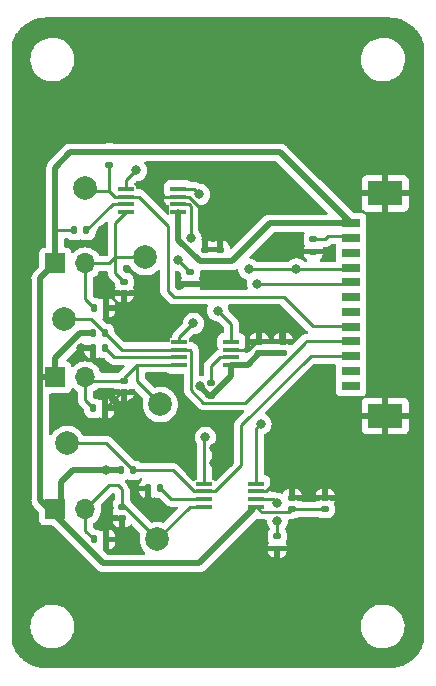
<source format=gtl>
G04 #@! TF.GenerationSoftware,KiCad,Pcbnew,7.0.10*
G04 #@! TF.CreationDate,2024-11-08T18:26:31-05:00*
G04 #@! TF.ProjectId,Novel Mechanism 1 Board,4e6f7665-6c20-44d6-9563-68616e69736d,rev?*
G04 #@! TF.SameCoordinates,Original*
G04 #@! TF.FileFunction,Copper,L1,Top*
G04 #@! TF.FilePolarity,Positive*
%FSLAX46Y46*%
G04 Gerber Fmt 4.6, Leading zero omitted, Abs format (unit mm)*
G04 Created by KiCad (PCBNEW 7.0.10) date 2024-11-08 18:26:31*
%MOMM*%
%LPD*%
G01*
G04 APERTURE LIST*
G04 Aperture macros list*
%AMRoundRect*
0 Rectangle with rounded corners*
0 $1 Rounding radius*
0 $2 $3 $4 $5 $6 $7 $8 $9 X,Y pos of 4 corners*
0 Add a 4 corners polygon primitive as box body*
4,1,4,$2,$3,$4,$5,$6,$7,$8,$9,$2,$3,0*
0 Add four circle primitives for the rounded corners*
1,1,$1+$1,$2,$3*
1,1,$1+$1,$4,$5*
1,1,$1+$1,$6,$7*
1,1,$1+$1,$8,$9*
0 Add four rect primitives between the rounded corners*
20,1,$1+$1,$2,$3,$4,$5,0*
20,1,$1+$1,$4,$5,$6,$7,0*
20,1,$1+$1,$6,$7,$8,$9,0*
20,1,$1+$1,$8,$9,$2,$3,0*%
G04 Aperture macros list end*
G04 #@! TA.AperFunction,ComponentPad*
%ADD10R,1.700000X1.700000*%
G04 #@! TD*
G04 #@! TA.AperFunction,ComponentPad*
%ADD11O,1.700000X1.700000*%
G04 #@! TD*
G04 #@! TA.AperFunction,SMDPad,CuDef*
%ADD12RoundRect,0.140000X0.170000X-0.140000X0.170000X0.140000X-0.170000X0.140000X-0.170000X-0.140000X0*%
G04 #@! TD*
G04 #@! TA.AperFunction,SMDPad,CuDef*
%ADD13RoundRect,0.135000X-0.135000X-0.185000X0.135000X-0.185000X0.135000X0.185000X-0.135000X0.185000X0*%
G04 #@! TD*
G04 #@! TA.AperFunction,SMDPad,CuDef*
%ADD14C,2.000000*%
G04 #@! TD*
G04 #@! TA.AperFunction,SMDPad,CuDef*
%ADD15R,1.600000X0.800000*%
G04 #@! TD*
G04 #@! TA.AperFunction,SMDPad,CuDef*
%ADD16R,3.000000X2.100000*%
G04 #@! TD*
G04 #@! TA.AperFunction,SMDPad,CuDef*
%ADD17R,1.371600X0.457200*%
G04 #@! TD*
G04 #@! TA.AperFunction,SMDPad,CuDef*
%ADD18RoundRect,0.135000X0.185000X-0.135000X0.185000X0.135000X-0.185000X0.135000X-0.185000X-0.135000X0*%
G04 #@! TD*
G04 #@! TA.AperFunction,SMDPad,CuDef*
%ADD19RoundRect,0.140000X-0.170000X0.140000X-0.170000X-0.140000X0.170000X-0.140000X0.170000X0.140000X0*%
G04 #@! TD*
G04 #@! TA.AperFunction,SMDPad,CuDef*
%ADD20RoundRect,0.135000X-0.185000X0.135000X-0.185000X-0.135000X0.185000X-0.135000X0.185000X0.135000X0*%
G04 #@! TD*
G04 #@! TA.AperFunction,ViaPad*
%ADD21C,0.800000*%
G04 #@! TD*
G04 #@! TA.AperFunction,Conductor*
%ADD22C,0.500000*%
G04 #@! TD*
G04 #@! TA.AperFunction,Conductor*
%ADD23C,0.250000*%
G04 #@! TD*
G04 APERTURE END LIST*
D10*
X23368000Y-50546000D03*
D11*
X25908000Y-50546000D03*
D12*
X46228000Y-61694000D03*
X46228000Y-60734000D03*
D13*
X26583100Y-46817399D03*
X27603100Y-46817399D03*
D14*
X24384000Y-56134000D03*
D13*
X26668000Y-44663598D03*
X27688000Y-44663598D03*
X26583100Y-48087399D03*
X27603100Y-48087399D03*
D15*
X48408000Y-51249399D03*
X48408000Y-49999399D03*
X48408000Y-48749399D03*
X48408000Y-47499399D03*
X48408000Y-46249399D03*
X48408000Y-44999399D03*
X48408000Y-43749399D03*
X48408000Y-42499399D03*
X48408000Y-41249399D03*
X48408000Y-39999399D03*
X48408000Y-38749399D03*
X48408000Y-37499399D03*
D16*
X51308000Y-53799399D03*
X51308000Y-34949399D03*
D14*
X32004000Y-64262000D03*
D13*
X31240000Y-59944000D03*
X32260000Y-59944000D03*
D12*
X42672000Y-48486000D03*
X42672000Y-47526000D03*
D17*
X29386221Y-34585001D03*
X29386221Y-35234999D03*
X29386221Y-35885001D03*
X29386221Y-36534999D03*
X33780421Y-36534999D03*
X33780421Y-35885001D03*
X33780421Y-35234999D03*
X33780421Y-34585001D03*
D12*
X37338000Y-40698598D03*
X37338000Y-39738598D03*
D13*
X24977321Y-38100000D03*
X25997321Y-38100000D03*
D12*
X36068000Y-40698598D03*
X36068000Y-39738598D03*
D18*
X45212000Y-39880000D03*
X45212000Y-38860000D03*
D19*
X29210000Y-42446000D03*
X29210000Y-43406000D03*
D20*
X42164000Y-64006000D03*
X42164000Y-65026000D03*
D13*
X26583100Y-53167399D03*
X27603100Y-53167399D03*
D20*
X34798000Y-41613598D03*
X34798000Y-42633598D03*
D14*
X30988000Y-40386000D03*
X25908000Y-34544000D03*
X24119300Y-45628798D03*
D10*
X23368000Y-61722000D03*
D11*
X25908000Y-61722000D03*
D19*
X29210000Y-50828000D03*
X29210000Y-51788000D03*
D14*
X32258000Y-52832000D03*
D12*
X40640000Y-48486000D03*
X40640000Y-47526000D03*
D17*
X33870900Y-47539001D03*
X33870900Y-48188999D03*
X33870900Y-48839001D03*
X33870900Y-49488999D03*
X38265100Y-49488999D03*
X38265100Y-48839001D03*
X38265100Y-48188999D03*
X38265100Y-47539001D03*
D12*
X43434000Y-61694000D03*
X43434000Y-60734000D03*
D20*
X27940000Y-31494000D03*
X27940000Y-32514000D03*
D17*
X35991800Y-59548002D03*
X35991800Y-60198000D03*
X35991800Y-60848002D03*
X35991800Y-61498000D03*
X40386000Y-61498000D03*
X40386000Y-60848002D03*
X40386000Y-60198000D03*
X40386000Y-59548002D03*
D19*
X29020100Y-61496000D03*
X29020100Y-62456000D03*
D10*
X23363000Y-40894000D03*
D11*
X25903000Y-40894000D03*
D13*
X26668000Y-64262000D03*
X27688000Y-64262000D03*
D20*
X36576000Y-51052000D03*
X36576000Y-52072000D03*
D13*
X28954000Y-58420000D03*
X29974000Y-58420000D03*
D21*
X27686000Y-58420000D03*
X35610800Y-51282600D03*
X27940000Y-43180000D03*
X31242000Y-60960000D03*
X23495000Y-30480000D03*
X33020000Y-45085000D03*
X28956000Y-64262000D03*
X32385000Y-62230000D03*
X31115000Y-56515000D03*
X51308000Y-55880000D03*
X26035000Y-29210000D03*
X44450000Y-54610000D03*
X29210000Y-53975000D03*
X41910000Y-33020000D03*
X43815000Y-40005000D03*
X46482000Y-39880000D03*
X36830000Y-57785000D03*
X29845000Y-59690000D03*
X48260000Y-31750000D03*
X34290000Y-57785000D03*
X31115000Y-46355000D03*
X45085000Y-30480000D03*
X32258000Y-35306000D03*
X29210000Y-29210000D03*
X38735000Y-36830000D03*
X29845000Y-64770000D03*
X38735000Y-29210000D03*
X29845000Y-52705000D03*
X42164000Y-66294000D03*
X41910000Y-45085000D03*
X36830000Y-56515000D03*
X43815000Y-38735000D03*
X45720000Y-51435000D03*
X38100000Y-56515000D03*
X33892300Y-42687597D03*
X35560000Y-53975000D03*
X34290000Y-53340000D03*
X35560000Y-29210000D03*
X45085000Y-36195000D03*
X29210000Y-44450000D03*
X39370000Y-45085000D03*
X20955000Y-37465000D03*
X38735000Y-33020000D03*
X27305000Y-38100000D03*
X24130000Y-52705000D03*
X20955000Y-64135000D03*
X28320250Y-52450250D03*
X32385000Y-29210000D03*
X25543700Y-48087399D03*
X41910000Y-40005000D03*
X31115000Y-44450000D03*
X38100000Y-57785000D03*
X42824400Y-58572400D03*
X41910000Y-36195000D03*
X38100000Y-55245000D03*
X46228000Y-59182000D03*
X41910000Y-29210000D03*
X51308000Y-33020000D03*
X37338000Y-38771178D03*
X27940000Y-61595000D03*
X42418000Y-46482000D03*
X20955000Y-34925000D03*
X21590000Y-32385000D03*
X35052000Y-45974000D03*
X36068000Y-55626000D03*
X40466200Y-42591200D03*
X30226000Y-33020000D03*
X40767000Y-54483000D03*
X39741200Y-41372000D03*
X43775321Y-41372000D03*
X35560000Y-35052000D03*
X37127558Y-44904536D03*
X42164000Y-61214000D03*
X42164000Y-62664000D03*
X34835000Y-38735000D03*
X33745000Y-40589200D03*
D22*
X23363000Y-32771000D02*
X24640000Y-31494000D01*
X23363000Y-40894000D02*
X22098000Y-42159000D01*
X22098000Y-50546000D02*
X22098000Y-60960000D01*
D23*
X40356000Y-61498000D02*
X40386000Y-61498000D01*
D22*
X37338000Y-40698598D02*
X38346202Y-40698598D01*
D23*
X24977321Y-38100000D02*
X23368000Y-38100000D01*
D22*
X38265100Y-50382900D02*
X38265100Y-49488999D01*
X26583100Y-46817399D02*
X25467500Y-46817399D01*
X36068000Y-40698598D02*
X37338000Y-40698598D01*
X25467500Y-46817399D02*
X23368000Y-48916899D01*
X27432000Y-66294000D02*
X23368000Y-62230000D01*
X35593198Y-40698598D02*
X36068000Y-40698598D01*
X39637001Y-49488999D02*
X40640000Y-48486000D01*
D23*
X40386000Y-61498000D02*
X40827000Y-61939000D01*
X42672000Y-48514000D02*
X42672000Y-48486000D01*
D22*
X22098000Y-60960000D02*
X22860000Y-61722000D01*
X23368000Y-62230000D02*
X23368000Y-61722000D01*
X36576000Y-52072000D02*
X38265100Y-50382900D01*
X42402601Y-31494000D02*
X27940000Y-31494000D01*
X36400200Y-52072000D02*
X36576000Y-52072000D01*
X27686000Y-58420000D02*
X28954000Y-58420000D01*
X22098000Y-42159000D02*
X22098000Y-48888499D01*
X38346202Y-40698598D02*
X41545401Y-37499399D01*
D23*
X43189000Y-61939000D02*
X43434000Y-61694000D01*
D22*
X23363000Y-40894000D02*
X23363000Y-38105000D01*
X23368000Y-50546000D02*
X22098000Y-50546000D01*
X35560000Y-66294000D02*
X27432000Y-66294000D01*
X23368000Y-38100000D02*
X23363000Y-38095000D01*
X23368000Y-48916899D02*
X23368000Y-50546000D01*
X23363000Y-38095000D02*
X23363000Y-32771000D01*
D23*
X40827000Y-61939000D02*
X43189000Y-61939000D01*
D22*
X24640000Y-31494000D02*
X27940000Y-31494000D01*
X23876000Y-59436000D02*
X23876000Y-61214000D01*
X48408000Y-37499399D02*
X42402601Y-31494000D01*
X22098000Y-48888499D02*
X22098000Y-50546000D01*
X27686000Y-58420000D02*
X24892000Y-58420000D01*
X22860000Y-61722000D02*
X23368000Y-61722000D01*
X33780421Y-38885821D02*
X35593198Y-40698598D01*
D23*
X40132000Y-61722000D02*
X40356000Y-61498000D01*
D22*
X40640000Y-48486000D02*
X42672000Y-48486000D01*
D23*
X43434000Y-61694000D02*
X46228000Y-61694000D01*
D22*
X41545401Y-37499399D02*
X48408000Y-37499399D01*
X40132000Y-61722000D02*
X35560000Y-66294000D01*
X23876000Y-61214000D02*
X23368000Y-61722000D01*
X35610800Y-51282600D02*
X36400200Y-52072000D01*
X38265100Y-49488999D02*
X39637001Y-49488999D01*
X33780421Y-36534999D02*
X33780421Y-38885821D01*
X24892000Y-58420000D02*
X23876000Y-59436000D01*
X23363000Y-38105000D02*
X23368000Y-38100000D01*
D23*
X40640000Y-47526000D02*
X40668000Y-47498000D01*
X39667002Y-48188999D02*
X38265100Y-48188999D01*
X42418000Y-47272000D02*
X42672000Y-47526000D01*
X46482000Y-39880000D02*
X45212000Y-39880000D01*
X34694819Y-35234999D02*
X33780421Y-35234999D01*
X28982499Y-51788000D02*
X27603100Y-53167399D01*
X36068000Y-39738598D02*
X37338000Y-39738598D01*
X32258000Y-35306000D02*
X32329001Y-35234999D01*
X42164000Y-66294000D02*
X42164000Y-65026000D01*
X26583100Y-48087399D02*
X25543700Y-48087399D01*
X29210000Y-44450000D02*
X29210000Y-43406000D01*
X33892300Y-42687597D02*
X33946299Y-42633598D01*
X33780421Y-35234999D02*
X32329001Y-35234999D01*
X36068000Y-39738598D02*
X36068000Y-36608180D01*
X43434000Y-60734000D02*
X46228000Y-60734000D01*
X28956000Y-64262000D02*
X27688000Y-64262000D01*
X36068000Y-36608180D02*
X34694819Y-35234999D01*
X41198800Y-60198000D02*
X42824400Y-58572400D01*
X29210000Y-51788000D02*
X28982499Y-51788000D01*
X33946299Y-42633598D02*
X34798000Y-42633598D01*
X29210000Y-44450000D02*
X28996402Y-44663598D01*
X37338000Y-39738598D02*
X37338000Y-38771178D01*
X31242000Y-60960000D02*
X31240000Y-60958000D01*
X40668000Y-47498000D02*
X42644000Y-47498000D01*
X51308000Y-55880000D02*
X51308000Y-53799399D01*
X28956000Y-64262000D02*
X29020100Y-64197900D01*
X46228000Y-59182000D02*
X46228000Y-60734000D01*
X42418000Y-46482000D02*
X42418000Y-47272000D01*
X40640000Y-47526000D02*
X40330001Y-47526000D01*
X51308000Y-33020000D02*
X51308000Y-34949399D01*
X40386000Y-60198000D02*
X41198800Y-60198000D01*
X28996402Y-44663598D02*
X27520900Y-44663598D01*
X40330001Y-47526000D02*
X39667002Y-48188999D01*
X29020100Y-64197900D02*
X29020100Y-62456000D01*
X42644000Y-47498000D02*
X42672000Y-47526000D01*
X31240000Y-60958000D02*
X31240000Y-59944000D01*
X29238000Y-61496000D02*
X29020100Y-61496000D01*
X29020100Y-60008100D02*
X28702000Y-59690000D01*
X32004000Y-64262000D02*
X34768000Y-61498000D01*
X32004000Y-64262000D02*
X29238000Y-61496000D01*
X25908000Y-61722000D02*
X25908000Y-63502000D01*
X25908000Y-63502000D02*
X26668000Y-64262000D01*
X29020100Y-61496000D02*
X29020100Y-60008100D01*
X28702000Y-59690000D02*
X27940000Y-59690000D01*
X27940000Y-59690000D02*
X25908000Y-61722000D01*
X34768000Y-61498000D02*
X35991800Y-61498000D01*
X29210000Y-50828000D02*
X26190000Y-50828000D01*
X25908000Y-50546000D02*
X25908000Y-52492299D01*
X30291500Y-50865500D02*
X30291500Y-49488999D01*
X26190000Y-50828000D02*
X25908000Y-50546000D01*
X30291500Y-49488999D02*
X33870900Y-49488999D01*
X29210000Y-50828000D02*
X29210000Y-50570499D01*
X25908000Y-52492299D02*
X26583100Y-53167399D01*
X32258000Y-52832000D02*
X30291500Y-50865500D01*
X29210000Y-50570499D02*
X30291500Y-49488999D01*
X28448000Y-41684000D02*
X28448000Y-40386000D01*
X25903000Y-43898598D02*
X26668000Y-44663598D01*
X30988000Y-40386000D02*
X28448000Y-40386000D01*
X28448000Y-40386000D02*
X28448000Y-37473220D01*
X28448000Y-37473220D02*
X29386221Y-36534999D01*
X28448000Y-40386000D02*
X27940000Y-40894000D01*
X25903000Y-40894000D02*
X25903000Y-43898598D01*
X29210000Y-42446000D02*
X28448000Y-41684000D01*
X27940000Y-40894000D02*
X25903000Y-40894000D01*
X35991800Y-60198000D02*
X35077398Y-60198000D01*
X39116000Y-57988202D02*
X36906202Y-60198000D01*
X33299398Y-58420000D02*
X29974000Y-58420000D01*
X44976601Y-48749399D02*
X39116000Y-54610000D01*
X29974000Y-58420000D02*
X27688000Y-56134000D01*
X35077398Y-60198000D02*
X33299398Y-58420000D01*
X27688000Y-56134000D02*
X24384000Y-56134000D01*
X39116000Y-54610000D02*
X39116000Y-57988202D01*
X36906202Y-60198000D02*
X35991800Y-60198000D01*
X48408000Y-48749399D02*
X44976601Y-48749399D01*
X27603100Y-46817399D02*
X26414499Y-45628798D01*
X34881700Y-48263999D02*
X34806700Y-48188999D01*
X44630091Y-47499399D02*
X44479090Y-47650400D01*
X48408000Y-47499399D02*
X44630091Y-47499399D01*
X26414499Y-45628798D02*
X24119300Y-45628798D01*
X34881700Y-51645700D02*
X34881700Y-48263999D01*
X28974700Y-48188999D02*
X33870900Y-48188999D01*
X39462490Y-52667000D02*
X35903000Y-52667000D01*
X44479090Y-47650400D02*
X39462490Y-52667000D01*
X34806700Y-48188999D02*
X33870900Y-48188999D01*
X27603100Y-46817399D02*
X28974700Y-48188999D01*
X35903000Y-52667000D02*
X34881700Y-51645700D01*
X48386601Y-46228000D02*
X45212000Y-46228000D01*
X33412121Y-43738800D02*
X32867600Y-43194279D01*
X32867600Y-43194279D02*
X32867600Y-37693600D01*
X27940000Y-34798000D02*
X28376999Y-35234999D01*
X32867600Y-37693600D02*
X30408999Y-35234999D01*
X45212000Y-46228000D02*
X42722800Y-43738800D01*
X42722800Y-43738800D02*
X33412121Y-43738800D01*
X26162000Y-34798000D02*
X27940000Y-34798000D01*
X25908000Y-34544000D02*
X26162000Y-34798000D01*
X30408999Y-35234999D02*
X29386221Y-35234999D01*
X48408000Y-46249399D02*
X48386601Y-46228000D01*
X28376999Y-35234999D02*
X29386221Y-35234999D01*
X27940000Y-32514000D02*
X27940000Y-34798000D01*
X33870900Y-47155100D02*
X33870900Y-47539001D01*
X35991800Y-55702200D02*
X35991800Y-59548002D01*
X29386221Y-33859779D02*
X29386221Y-34585001D01*
X35052000Y-45974000D02*
X33870900Y-47155100D01*
X48408000Y-42499399D02*
X48316199Y-42591200D01*
X30226000Y-33020000D02*
X29386221Y-33859779D01*
X36068000Y-55626000D02*
X35991800Y-55702200D01*
X48316199Y-42591200D02*
X40466200Y-42591200D01*
X35093001Y-34585001D02*
X33780421Y-34585001D01*
X37127558Y-44904536D02*
X38265100Y-46042078D01*
X38265100Y-46042078D02*
X38265100Y-47539001D01*
X39741200Y-41372000D02*
X48285399Y-41372000D01*
X35560000Y-35052000D02*
X35093001Y-34585001D01*
X40386000Y-54864000D02*
X40386000Y-59548002D01*
X40767000Y-54483000D02*
X40386000Y-54864000D01*
X48285399Y-41372000D02*
X48408000Y-41249399D01*
X48266601Y-38608000D02*
X46484000Y-38608000D01*
X46484000Y-38608000D02*
X46232000Y-38860000D01*
X46232000Y-38860000D02*
X45212000Y-38860000D01*
X48408000Y-38749399D02*
X48266601Y-38608000D01*
X32260000Y-59944000D02*
X33164002Y-60848002D01*
X33164002Y-60848002D02*
X35991800Y-60848002D01*
X27603100Y-48087399D02*
X28354702Y-48839001D01*
X28354702Y-48839001D02*
X33870900Y-48839001D01*
X48288601Y-39880000D02*
X48408000Y-39999399D01*
X28212320Y-35885001D02*
X29386221Y-35885001D01*
X25997321Y-38100000D02*
X28212320Y-35885001D01*
X42164000Y-61214000D02*
X41798002Y-60848002D01*
X42164000Y-62664000D02*
X42164000Y-64006000D01*
X41798002Y-60848002D02*
X40386000Y-60848002D01*
X33745000Y-40589200D02*
X33773602Y-40589200D01*
X34835000Y-36025178D02*
X34835000Y-38735000D01*
X33780421Y-35885001D02*
X34694823Y-35885001D01*
X34694823Y-35885001D02*
X34835000Y-36025178D01*
X33773602Y-40589200D02*
X34798000Y-41613598D01*
X37329300Y-48839001D02*
X38265100Y-48839001D01*
X36576000Y-51052000D02*
X36576000Y-49592301D01*
X36576000Y-49592301D02*
X37329300Y-48839001D01*
G04 #@! TA.AperFunction,Conductor*
G36*
X28337639Y-60335185D02*
G01*
X28383394Y-60387989D01*
X28394600Y-60439500D01*
X28394600Y-60854333D01*
X28374915Y-60921372D01*
X28358281Y-60942014D01*
X28339987Y-60960307D01*
X28339981Y-60960315D01*
X28257605Y-61099606D01*
X28257604Y-61099609D01*
X28212457Y-61255002D01*
X28212456Y-61255008D01*
X28209600Y-61291302D01*
X28209600Y-61700697D01*
X28212456Y-61736991D01*
X28212457Y-61736997D01*
X28257604Y-61892390D01*
X28257607Y-61892397D01*
X28270010Y-61913370D01*
X28287193Y-61981094D01*
X28270012Y-62039608D01*
X28258068Y-62059804D01*
X28215596Y-62206000D01*
X28521748Y-62206000D01*
X28584866Y-62223267D01*
X28593705Y-62228494D01*
X28593708Y-62228494D01*
X28593710Y-62228496D01*
X28749102Y-62273642D01*
X28749105Y-62273642D01*
X28749107Y-62273643D01*
X28785410Y-62276500D01*
X29082548Y-62276500D01*
X29149587Y-62296185D01*
X29170229Y-62312819D01*
X29233781Y-62376371D01*
X29267266Y-62437694D01*
X29270100Y-62464052D01*
X29270100Y-63234789D01*
X29291010Y-63233145D01*
X29446295Y-63188031D01*
X29585474Y-63105721D01*
X29585483Y-63105714D01*
X29686623Y-63004575D01*
X29747946Y-62971090D01*
X29817638Y-62976074D01*
X29861985Y-63004575D01*
X30540338Y-63682928D01*
X30573823Y-63744251D01*
X30572863Y-63801049D01*
X30518892Y-64014174D01*
X30518890Y-64014187D01*
X30498357Y-64261994D01*
X30498357Y-64262005D01*
X30518890Y-64509812D01*
X30518892Y-64509824D01*
X30579936Y-64750881D01*
X30679826Y-64978606D01*
X30815833Y-65186782D01*
X30815836Y-65186785D01*
X30952754Y-65335518D01*
X30983676Y-65398171D01*
X30975816Y-65467598D01*
X30931669Y-65521753D01*
X30865251Y-65543444D01*
X30861524Y-65543500D01*
X27794229Y-65543500D01*
X27727190Y-65523815D01*
X27706548Y-65507181D01*
X27445494Y-65246127D01*
X27412009Y-65184804D01*
X27416993Y-65115112D01*
X27438000Y-65087008D01*
X27438000Y-64522408D01*
X27438382Y-64512679D01*
X27438435Y-64512000D01*
X27938000Y-64512000D01*
X27938000Y-65074843D01*
X28077194Y-65034404D01*
X28215285Y-64952738D01*
X28215294Y-64952731D01*
X28328731Y-64839294D01*
X28328738Y-64839285D01*
X28410406Y-64701191D01*
X28410407Y-64701188D01*
X28455166Y-64547128D01*
X28455167Y-64547122D01*
X28457931Y-64512000D01*
X27938000Y-64512000D01*
X27438435Y-64512000D01*
X27438500Y-64511181D01*
X27438499Y-64012820D01*
X27438434Y-64012000D01*
X27938000Y-64012000D01*
X28457931Y-64012000D01*
X28455167Y-63976877D01*
X28455166Y-63976871D01*
X28410407Y-63822811D01*
X28410406Y-63822808D01*
X28328738Y-63684714D01*
X28328731Y-63684705D01*
X28215294Y-63571268D01*
X28215285Y-63571261D01*
X28077191Y-63489593D01*
X28077188Y-63489591D01*
X27938001Y-63449153D01*
X27938000Y-63449154D01*
X27938000Y-64012000D01*
X27438434Y-64012000D01*
X27438382Y-64011332D01*
X27438000Y-64001607D01*
X27438000Y-63449154D01*
X27437998Y-63449153D01*
X27298811Y-63489591D01*
X27298810Y-63489592D01*
X27241611Y-63523419D01*
X27173886Y-63540600D01*
X27115371Y-63523419D01*
X27058174Y-63489593D01*
X27057393Y-63489131D01*
X27057392Y-63489130D01*
X27057391Y-63489130D01*
X27057388Y-63489129D01*
X26903208Y-63444335D01*
X26903202Y-63444334D01*
X26867188Y-63441500D01*
X26867181Y-63441500D01*
X26783453Y-63441500D01*
X26716414Y-63421815D01*
X26695772Y-63405181D01*
X26569819Y-63279228D01*
X26536334Y-63217905D01*
X26533500Y-63191547D01*
X26533500Y-62997226D01*
X26553185Y-62930187D01*
X26586374Y-62895654D01*
X26779401Y-62760495D01*
X26833896Y-62706000D01*
X28215596Y-62706000D01*
X28258068Y-62852195D01*
X28340378Y-62991374D01*
X28340385Y-62991383D01*
X28454716Y-63105714D01*
X28454725Y-63105721D01*
X28593904Y-63188031D01*
X28749189Y-63233145D01*
X28770100Y-63234789D01*
X28770100Y-62706000D01*
X28215596Y-62706000D01*
X26833896Y-62706000D01*
X26946495Y-62593401D01*
X27082035Y-62399830D01*
X27181903Y-62185663D01*
X27243063Y-61957408D01*
X27263659Y-61722000D01*
X27243063Y-61486592D01*
X27216143Y-61386125D01*
X27217806Y-61316276D01*
X27248235Y-61266353D01*
X28162772Y-60351819D01*
X28224095Y-60318334D01*
X28250453Y-60315500D01*
X28270600Y-60315500D01*
X28337639Y-60335185D01*
G37*
G04 #@! TD.AperFunction*
G04 #@! TA.AperFunction,Conductor*
G36*
X30688151Y-59065185D02*
G01*
X30733906Y-59117989D01*
X30743850Y-59187147D01*
X30714825Y-59250703D01*
X30708793Y-59257181D01*
X30599268Y-59366705D01*
X30599261Y-59366714D01*
X30517593Y-59504808D01*
X30517592Y-59504811D01*
X30472833Y-59658871D01*
X30472832Y-59658877D01*
X30470069Y-59694000D01*
X31365500Y-59694000D01*
X31432539Y-59713685D01*
X31478294Y-59766489D01*
X31489500Y-59818000D01*
X31489500Y-60193170D01*
X31489501Y-60193182D01*
X31489618Y-60194663D01*
X31490000Y-60204393D01*
X31490000Y-60756844D01*
X31629194Y-60716405D01*
X31629196Y-60716404D01*
X31686386Y-60682582D01*
X31754109Y-60665398D01*
X31812629Y-60682581D01*
X31870607Y-60716869D01*
X31886124Y-60721377D01*
X32024791Y-60761664D01*
X32024794Y-60761664D01*
X32024796Y-60761665D01*
X32060819Y-60764500D01*
X32144547Y-60764499D01*
X32211585Y-60784183D01*
X32232227Y-60800817D01*
X32450362Y-61018953D01*
X32663199Y-61231790D01*
X32673024Y-61244053D01*
X32673245Y-61243871D01*
X32678213Y-61249876D01*
X32678215Y-61249878D01*
X32678216Y-61249879D01*
X32727224Y-61295901D01*
X32730023Y-61298614D01*
X32749524Y-61318116D01*
X32749528Y-61318119D01*
X32749531Y-61318122D01*
X32752704Y-61320583D01*
X32761576Y-61328161D01*
X32793420Y-61358064D01*
X32810978Y-61367716D01*
X32827235Y-61378395D01*
X32843066Y-61390675D01*
X32872805Y-61403544D01*
X32883154Y-61408023D01*
X32893643Y-61413162D01*
X32917459Y-61426254D01*
X32931910Y-61434199D01*
X32940752Y-61436469D01*
X32951307Y-61439179D01*
X32969721Y-61445483D01*
X32988106Y-61453440D01*
X33031263Y-61460275D01*
X33042658Y-61462634D01*
X33084983Y-61473502D01*
X33105018Y-61473502D01*
X33124415Y-61475028D01*
X33144198Y-61478162D01*
X33187677Y-61474052D01*
X33199346Y-61473502D01*
X33608545Y-61473502D01*
X33675584Y-61493187D01*
X33721339Y-61545991D01*
X33731283Y-61615149D01*
X33702258Y-61678705D01*
X33696226Y-61685183D01*
X32581228Y-62800179D01*
X32519905Y-62833664D01*
X32453284Y-62829779D01*
X32373616Y-62802429D01*
X32128335Y-62761500D01*
X31879665Y-62761500D01*
X31634386Y-62802428D01*
X31554711Y-62829780D01*
X31484912Y-62832929D01*
X31426769Y-62800179D01*
X29828201Y-61201610D01*
X29796806Y-61148524D01*
X29782594Y-61099605D01*
X29700217Y-60960313D01*
X29700215Y-60960311D01*
X29700212Y-60960307D01*
X29681919Y-60942014D01*
X29648434Y-60880691D01*
X29645600Y-60854333D01*
X29645600Y-60194000D01*
X30470069Y-60194000D01*
X30472832Y-60229122D01*
X30472833Y-60229128D01*
X30517592Y-60383188D01*
X30517593Y-60383191D01*
X30599261Y-60521285D01*
X30599268Y-60521294D01*
X30712705Y-60634731D01*
X30712714Y-60634738D01*
X30850805Y-60716404D01*
X30990000Y-60756844D01*
X30990000Y-60194000D01*
X30470069Y-60194000D01*
X29645600Y-60194000D01*
X29645600Y-60090837D01*
X29647324Y-60075223D01*
X29647038Y-60075196D01*
X29647772Y-60067433D01*
X29645661Y-60000244D01*
X29645600Y-59996350D01*
X29645600Y-59968751D01*
X29645600Y-59968750D01*
X29645097Y-59964770D01*
X29644180Y-59953121D01*
X29643189Y-59921580D01*
X29642809Y-59909473D01*
X29637221Y-59890239D01*
X29633274Y-59871181D01*
X29630764Y-59851308D01*
X29622291Y-59829908D01*
X29614683Y-59810692D01*
X29610899Y-59799639D01*
X29598718Y-59757715D01*
X29598717Y-59757710D01*
X29588520Y-59740468D01*
X29579963Y-59723002D01*
X29572586Y-59704368D01*
X29546909Y-59669026D01*
X29540512Y-59659290D01*
X29518270Y-59621679D01*
X29518267Y-59621676D01*
X29518265Y-59621673D01*
X29504105Y-59607513D01*
X29491470Y-59592720D01*
X29479693Y-59576512D01*
X29446045Y-59548676D01*
X29437404Y-59540813D01*
X29294887Y-59398296D01*
X29261402Y-59336973D01*
X29266386Y-59267281D01*
X29308258Y-59211348D01*
X29336737Y-59197142D01*
X29336230Y-59195969D01*
X29343387Y-59192871D01*
X29343387Y-59192870D01*
X29343393Y-59192869D01*
X29400882Y-59158869D01*
X29468602Y-59141688D01*
X29527117Y-59158869D01*
X29584607Y-59192869D01*
X29584610Y-59192869D01*
X29584612Y-59192871D01*
X29738791Y-59237664D01*
X29738794Y-59237664D01*
X29738796Y-59237665D01*
X29774819Y-59240500D01*
X30173180Y-59240499D01*
X30209204Y-59237665D01*
X30363393Y-59192869D01*
X30501598Y-59111135D01*
X30509559Y-59103174D01*
X30530915Y-59081819D01*
X30592238Y-59048334D01*
X30618596Y-59045500D01*
X30621112Y-59045500D01*
X30688151Y-59065185D01*
G37*
G04 #@! TD.AperFunction*
G04 #@! TA.AperFunction,Conductor*
G36*
X32905891Y-50134184D02*
G01*
X32913163Y-50139232D01*
X32942768Y-50161394D01*
X32942771Y-50161396D01*
X33077617Y-50211690D01*
X33077616Y-50211690D01*
X33084544Y-50212434D01*
X33137227Y-50218099D01*
X34132200Y-50218098D01*
X34199239Y-50237782D01*
X34244994Y-50290586D01*
X34256200Y-50342098D01*
X34256200Y-51562955D01*
X34254475Y-51578572D01*
X34254761Y-51578599D01*
X34254026Y-51586365D01*
X34256139Y-51653572D01*
X34256200Y-51657467D01*
X34256200Y-51685057D01*
X34256703Y-51689035D01*
X34257618Y-51700667D01*
X34258990Y-51744324D01*
X34258991Y-51744327D01*
X34264580Y-51763567D01*
X34268524Y-51782611D01*
X34271036Y-51802492D01*
X34287114Y-51843103D01*
X34290897Y-51854152D01*
X34303082Y-51896090D01*
X34309662Y-51907217D01*
X34313280Y-51913334D01*
X34321838Y-51930803D01*
X34329214Y-51949432D01*
X34354881Y-51984760D01*
X34361293Y-51994521D01*
X34383528Y-52032117D01*
X34383533Y-52032124D01*
X34397690Y-52046280D01*
X34410328Y-52061076D01*
X34422105Y-52077286D01*
X34422106Y-52077287D01*
X34455757Y-52105125D01*
X34464398Y-52112988D01*
X35402197Y-53050788D01*
X35412022Y-53063051D01*
X35412243Y-53062869D01*
X35417211Y-53068874D01*
X35417213Y-53068876D01*
X35417214Y-53068877D01*
X35428868Y-53079821D01*
X35466222Y-53114899D01*
X35469021Y-53117612D01*
X35488522Y-53137114D01*
X35488526Y-53137117D01*
X35488529Y-53137120D01*
X35491702Y-53139581D01*
X35500574Y-53147159D01*
X35532418Y-53177062D01*
X35549976Y-53186714D01*
X35566235Y-53197395D01*
X35582064Y-53209673D01*
X35622155Y-53227021D01*
X35632626Y-53232151D01*
X35655180Y-53244550D01*
X35670902Y-53253194D01*
X35670904Y-53253195D01*
X35670908Y-53253197D01*
X35690316Y-53258180D01*
X35708719Y-53264481D01*
X35727101Y-53272436D01*
X35727102Y-53272436D01*
X35727104Y-53272437D01*
X35770250Y-53279270D01*
X35781672Y-53281636D01*
X35823981Y-53292500D01*
X35844016Y-53292500D01*
X35863414Y-53294026D01*
X35883194Y-53297159D01*
X35883195Y-53297160D01*
X35883195Y-53297159D01*
X35883196Y-53297160D01*
X35926675Y-53293050D01*
X35938344Y-53292500D01*
X39249546Y-53292500D01*
X39316585Y-53312185D01*
X39362340Y-53364989D01*
X39372284Y-53434147D01*
X39343259Y-53497703D01*
X39337227Y-53504181D01*
X38732208Y-54109199D01*
X38719951Y-54119020D01*
X38720134Y-54119241D01*
X38714122Y-54124214D01*
X38668098Y-54173223D01*
X38665391Y-54176016D01*
X38645889Y-54195517D01*
X38645875Y-54195534D01*
X38643407Y-54198715D01*
X38635843Y-54207570D01*
X38605937Y-54239418D01*
X38605936Y-54239420D01*
X38596284Y-54256976D01*
X38585610Y-54273226D01*
X38573329Y-54289061D01*
X38573324Y-54289068D01*
X38555975Y-54329158D01*
X38550838Y-54339644D01*
X38529803Y-54377906D01*
X38524822Y-54397307D01*
X38518521Y-54415710D01*
X38510562Y-54434102D01*
X38510561Y-54434105D01*
X38503728Y-54477243D01*
X38501360Y-54488674D01*
X38490501Y-54530971D01*
X38490500Y-54530982D01*
X38490500Y-54551016D01*
X38488973Y-54570415D01*
X38485840Y-54590194D01*
X38485840Y-54590195D01*
X38489950Y-54633674D01*
X38490500Y-54645343D01*
X38490500Y-57677748D01*
X38470815Y-57744787D01*
X38454181Y-57765429D01*
X36946061Y-59273548D01*
X36884738Y-59307033D01*
X36815046Y-59302049D01*
X36759113Y-59260177D01*
X36755277Y-59254757D01*
X36750057Y-59246944D01*
X36716814Y-59224734D01*
X36716815Y-59224734D01*
X36716813Y-59224733D01*
X36716810Y-59224732D01*
X36705528Y-59220059D01*
X36705979Y-59218970D01*
X36655196Y-59192404D01*
X36620623Y-59131688D01*
X36617300Y-59103174D01*
X36617300Y-56403170D01*
X36636985Y-56336131D01*
X36668422Y-56302847D01*
X36673867Y-56298891D01*
X36673867Y-56298890D01*
X36673871Y-56298888D01*
X36800533Y-56158216D01*
X36895179Y-55994284D01*
X36953674Y-55814256D01*
X36973460Y-55626000D01*
X36953674Y-55437744D01*
X36895179Y-55257716D01*
X36800533Y-55093784D01*
X36673871Y-54953112D01*
X36596974Y-54897243D01*
X36520734Y-54841851D01*
X36520729Y-54841848D01*
X36347807Y-54764857D01*
X36347802Y-54764855D01*
X36202001Y-54733865D01*
X36162646Y-54725500D01*
X35973354Y-54725500D01*
X35940897Y-54732398D01*
X35788197Y-54764855D01*
X35788192Y-54764857D01*
X35615270Y-54841848D01*
X35615265Y-54841851D01*
X35462129Y-54953111D01*
X35335466Y-55093785D01*
X35240821Y-55257715D01*
X35240818Y-55257722D01*
X35188922Y-55417443D01*
X35182326Y-55437744D01*
X35162540Y-55626000D01*
X35182326Y-55814256D01*
X35182327Y-55814259D01*
X35240818Y-55994277D01*
X35240821Y-55994284D01*
X35335466Y-56158215D01*
X35339285Y-56163471D01*
X35337970Y-56164425D01*
X35364678Y-56220070D01*
X35366300Y-56240058D01*
X35366300Y-59103174D01*
X35346615Y-59170213D01*
X35293811Y-59215968D01*
X35267188Y-59224566D01*
X35266788Y-59224732D01*
X35233543Y-59246944D01*
X35231032Y-59250703D01*
X35228324Y-59254757D01*
X35228323Y-59254758D01*
X35174711Y-59299564D01*
X35105386Y-59308273D01*
X35042358Y-59278119D01*
X35037538Y-59273550D01*
X34459877Y-58695889D01*
X33800201Y-58036212D01*
X33790378Y-58023950D01*
X33790157Y-58024134D01*
X33785184Y-58018122D01*
X33736174Y-57972099D01*
X33733375Y-57969386D01*
X33713875Y-57949885D01*
X33713869Y-57949880D01*
X33710684Y-57947409D01*
X33701832Y-57939848D01*
X33669980Y-57909938D01*
X33669978Y-57909936D01*
X33669975Y-57909935D01*
X33652427Y-57900288D01*
X33636161Y-57889604D01*
X33620330Y-57877324D01*
X33580247Y-57859978D01*
X33569761Y-57854841D01*
X33531492Y-57833803D01*
X33531490Y-57833802D01*
X33512091Y-57828822D01*
X33493679Y-57822518D01*
X33475296Y-57814562D01*
X33475290Y-57814560D01*
X33432158Y-57807729D01*
X33420720Y-57805361D01*
X33378418Y-57794500D01*
X33378417Y-57794500D01*
X33358382Y-57794500D01*
X33338984Y-57792973D01*
X33331560Y-57791797D01*
X33319203Y-57789840D01*
X33319202Y-57789840D01*
X33275723Y-57793950D01*
X33264054Y-57794500D01*
X30618596Y-57794500D01*
X30551557Y-57774815D01*
X30530915Y-57758181D01*
X30501603Y-57728869D01*
X30501595Y-57728863D01*
X30363393Y-57647131D01*
X30363388Y-57647129D01*
X30209208Y-57602335D01*
X30209202Y-57602334D01*
X30173188Y-57599500D01*
X30173181Y-57599500D01*
X30089453Y-57599500D01*
X30022414Y-57579815D01*
X30001772Y-57563181D01*
X28188803Y-55750212D01*
X28178980Y-55737950D01*
X28178759Y-55738134D01*
X28173786Y-55732122D01*
X28124776Y-55686099D01*
X28121977Y-55683386D01*
X28102477Y-55663885D01*
X28102471Y-55663880D01*
X28099286Y-55661409D01*
X28090434Y-55653848D01*
X28058582Y-55623938D01*
X28058580Y-55623936D01*
X28058577Y-55623935D01*
X28041029Y-55614288D01*
X28024763Y-55603604D01*
X28008932Y-55591324D01*
X27968849Y-55573978D01*
X27958363Y-55568841D01*
X27920094Y-55547803D01*
X27920092Y-55547802D01*
X27900693Y-55542822D01*
X27882281Y-55536518D01*
X27863898Y-55528562D01*
X27863892Y-55528560D01*
X27820760Y-55521729D01*
X27809322Y-55519361D01*
X27767020Y-55508500D01*
X27767019Y-55508500D01*
X27746984Y-55508500D01*
X27727586Y-55506973D01*
X27720162Y-55505797D01*
X27707805Y-55503840D01*
X27707804Y-55503840D01*
X27664325Y-55507950D01*
X27652656Y-55508500D01*
X25829150Y-55508500D01*
X25762111Y-55488815D01*
X25716356Y-55436011D01*
X25715595Y-55434311D01*
X25708175Y-55417396D01*
X25572166Y-55209217D01*
X25463792Y-55091492D01*
X25403744Y-55026262D01*
X25207509Y-54873526D01*
X25207507Y-54873525D01*
X25207506Y-54873524D01*
X24988811Y-54755172D01*
X24988802Y-54755169D01*
X24753616Y-54674429D01*
X24508335Y-54633500D01*
X24259665Y-54633500D01*
X24014383Y-54674429D01*
X23779197Y-54755169D01*
X23779188Y-54755172D01*
X23560493Y-54873524D01*
X23364257Y-55026261D01*
X23195836Y-55209215D01*
X23076309Y-55392165D01*
X23023162Y-55437521D01*
X22953931Y-55446945D01*
X22890595Y-55417443D01*
X22853264Y-55358383D01*
X22848500Y-55324343D01*
X22848500Y-52020499D01*
X22868185Y-51953460D01*
X22920989Y-51907705D01*
X22972500Y-51896499D01*
X24265871Y-51896499D01*
X24265872Y-51896499D01*
X24325483Y-51890091D01*
X24460331Y-51839796D01*
X24575546Y-51753546D01*
X24661796Y-51638331D01*
X24710810Y-51506916D01*
X24752681Y-51450984D01*
X24818145Y-51426566D01*
X24886418Y-51441417D01*
X24914673Y-51462569D01*
X25036597Y-51584493D01*
X25036603Y-51584498D01*
X25039272Y-51586367D01*
X25229624Y-51719653D01*
X25273248Y-51774228D01*
X25282500Y-51821226D01*
X25282500Y-52409554D01*
X25280775Y-52425171D01*
X25281061Y-52425198D01*
X25280326Y-52432964D01*
X25282439Y-52500171D01*
X25282500Y-52504066D01*
X25282500Y-52531656D01*
X25283003Y-52535634D01*
X25283918Y-52547266D01*
X25285290Y-52590923D01*
X25285291Y-52590926D01*
X25290880Y-52610166D01*
X25294824Y-52629210D01*
X25296443Y-52642019D01*
X25297336Y-52649091D01*
X25313414Y-52689702D01*
X25317197Y-52700751D01*
X25329381Y-52742687D01*
X25339580Y-52759933D01*
X25348138Y-52777402D01*
X25355514Y-52796031D01*
X25381181Y-52831359D01*
X25387593Y-52841120D01*
X25409828Y-52878716D01*
X25409833Y-52878723D01*
X25423990Y-52892879D01*
X25436628Y-52907675D01*
X25448405Y-52923885D01*
X25448406Y-52923886D01*
X25482057Y-52951724D01*
X25490698Y-52959587D01*
X25776281Y-53245170D01*
X25809766Y-53306493D01*
X25812600Y-53332850D01*
X25812600Y-53416567D01*
X25812601Y-53416591D01*
X25815435Y-53452604D01*
X25860229Y-53606787D01*
X25860231Y-53606792D01*
X25941963Y-53744994D01*
X25941969Y-53745002D01*
X26055496Y-53858529D01*
X26055500Y-53858532D01*
X26055502Y-53858534D01*
X26193707Y-53940268D01*
X26229903Y-53950784D01*
X26347891Y-53985063D01*
X26347894Y-53985063D01*
X26347896Y-53985064D01*
X26383919Y-53987899D01*
X26782280Y-53987898D01*
X26818304Y-53985064D01*
X26972493Y-53940268D01*
X27030469Y-53905980D01*
X27098193Y-53888797D01*
X27156712Y-53905980D01*
X27213905Y-53939803D01*
X27353100Y-53980243D01*
X27353100Y-53427807D01*
X27353482Y-53418078D01*
X27353535Y-53417399D01*
X27853100Y-53417399D01*
X27853100Y-53980242D01*
X27992294Y-53939803D01*
X28130385Y-53858137D01*
X28130394Y-53858130D01*
X28243831Y-53744693D01*
X28243838Y-53744684D01*
X28325506Y-53606590D01*
X28325507Y-53606587D01*
X28370266Y-53452527D01*
X28370267Y-53452521D01*
X28373031Y-53417399D01*
X27853100Y-53417399D01*
X27353535Y-53417399D01*
X27353600Y-53416580D01*
X27353599Y-52918219D01*
X27353534Y-52917399D01*
X27853100Y-52917399D01*
X28373031Y-52917399D01*
X28370267Y-52882276D01*
X28370266Y-52882270D01*
X28325507Y-52728210D01*
X28325506Y-52728207D01*
X28243838Y-52590113D01*
X28243831Y-52590104D01*
X28130394Y-52476667D01*
X28130385Y-52476660D01*
X27992291Y-52394992D01*
X27992288Y-52394990D01*
X27853101Y-52354552D01*
X27853100Y-52354553D01*
X27853100Y-52917399D01*
X27353534Y-52917399D01*
X27353482Y-52916731D01*
X27353100Y-52907006D01*
X27353100Y-52354553D01*
X27353098Y-52354552D01*
X27213911Y-52394990D01*
X27213910Y-52394991D01*
X27156711Y-52428818D01*
X27088986Y-52445999D01*
X27030471Y-52428818D01*
X26973274Y-52394992D01*
X26972493Y-52394530D01*
X26972492Y-52394529D01*
X26972491Y-52394529D01*
X26972488Y-52394528D01*
X26818308Y-52349734D01*
X26818302Y-52349733D01*
X26782288Y-52346899D01*
X26782281Y-52346899D01*
X26698553Y-52346899D01*
X26631514Y-52327214D01*
X26610871Y-52310579D01*
X26569818Y-52269525D01*
X26536333Y-52208202D01*
X26533500Y-52181845D01*
X26533500Y-52038000D01*
X28405496Y-52038000D01*
X28447968Y-52184195D01*
X28530278Y-52323374D01*
X28530285Y-52323383D01*
X28644616Y-52437714D01*
X28644625Y-52437721D01*
X28783804Y-52520031D01*
X28939089Y-52565145D01*
X28960000Y-52566789D01*
X28960000Y-52038000D01*
X29460000Y-52038000D01*
X29460000Y-52566789D01*
X29480910Y-52565145D01*
X29636195Y-52520031D01*
X29775374Y-52437721D01*
X29775383Y-52437714D01*
X29889714Y-52323383D01*
X29889721Y-52323374D01*
X29972031Y-52184195D01*
X30014504Y-52038000D01*
X29460000Y-52038000D01*
X28960000Y-52038000D01*
X28405496Y-52038000D01*
X26533500Y-52038000D01*
X26533500Y-51821226D01*
X26553185Y-51754187D01*
X26586374Y-51719654D01*
X26779401Y-51584495D01*
X26874077Y-51489819D01*
X26935400Y-51456334D01*
X26961758Y-51453500D01*
X28280091Y-51453500D01*
X28347130Y-51473185D01*
X28379252Y-51503047D01*
X28405496Y-51538000D01*
X28711648Y-51538000D01*
X28774766Y-51555267D01*
X28783605Y-51560494D01*
X28783608Y-51560494D01*
X28783610Y-51560496D01*
X28939002Y-51605642D01*
X28939005Y-51605642D01*
X28939007Y-51605643D01*
X28975310Y-51608500D01*
X28975318Y-51608500D01*
X29444682Y-51608500D01*
X29444690Y-51608500D01*
X29480993Y-51605643D01*
X29480995Y-51605642D01*
X29480997Y-51605642D01*
X29636389Y-51560496D01*
X29636389Y-51560495D01*
X29636395Y-51560494D01*
X29645233Y-51555267D01*
X29708352Y-51538000D01*
X30028048Y-51538000D01*
X30095087Y-51557685D01*
X30115729Y-51574319D01*
X30794338Y-52252928D01*
X30827823Y-52314251D01*
X30826863Y-52371049D01*
X30772892Y-52584174D01*
X30772890Y-52584187D01*
X30752357Y-52831994D01*
X30752357Y-52832005D01*
X30772890Y-53079812D01*
X30772892Y-53079824D01*
X30833936Y-53320881D01*
X30933826Y-53548606D01*
X31069833Y-53756782D01*
X31069836Y-53756785D01*
X31238256Y-53939738D01*
X31434491Y-54092474D01*
X31434493Y-54092475D01*
X31639314Y-54203319D01*
X31653190Y-54210828D01*
X31888386Y-54291571D01*
X32133665Y-54332500D01*
X32382335Y-54332500D01*
X32627614Y-54291571D01*
X32862810Y-54210828D01*
X33081509Y-54092474D01*
X33277744Y-53939738D01*
X33446164Y-53756785D01*
X33582173Y-53548607D01*
X33682063Y-53320881D01*
X33743108Y-53079821D01*
X33753414Y-52955451D01*
X33763643Y-52832005D01*
X33763643Y-52831994D01*
X33743109Y-52584187D01*
X33743107Y-52584175D01*
X33682063Y-52343118D01*
X33582173Y-52115393D01*
X33446166Y-51907217D01*
X33384100Y-51839796D01*
X33277744Y-51724262D01*
X33081509Y-51571526D01*
X33081507Y-51571525D01*
X33081506Y-51571524D01*
X32862811Y-51453172D01*
X32862802Y-51453169D01*
X32627616Y-51372429D01*
X32382335Y-51331500D01*
X32133665Y-51331500D01*
X31888386Y-51372428D01*
X31808713Y-51399780D01*
X31738914Y-51402929D01*
X31680770Y-51370179D01*
X30953319Y-50642728D01*
X30919834Y-50581405D01*
X30917000Y-50555047D01*
X30917000Y-50238499D01*
X30936685Y-50171460D01*
X30989489Y-50125705D01*
X31041000Y-50114499D01*
X32838852Y-50114499D01*
X32905891Y-50134184D01*
G37*
G04 #@! TD.AperFunction*
G04 #@! TA.AperFunction,Conductor*
G36*
X29609889Y-41031185D02*
G01*
X29655644Y-41083989D01*
X29656405Y-41085689D01*
X29663824Y-41102603D01*
X29799833Y-41310782D01*
X29799836Y-41310785D01*
X29968256Y-41493738D01*
X30164491Y-41646474D01*
X30188049Y-41659223D01*
X30355398Y-41749788D01*
X30383190Y-41764828D01*
X30618386Y-41845571D01*
X30863665Y-41886500D01*
X31112335Y-41886500D01*
X31357614Y-41845571D01*
X31592810Y-41764828D01*
X31811509Y-41646474D01*
X32007744Y-41493738D01*
X32026870Y-41472961D01*
X32086755Y-41436970D01*
X32156593Y-41439069D01*
X32214210Y-41478592D01*
X32241313Y-41542991D01*
X32242100Y-41556943D01*
X32242100Y-43111534D01*
X32240375Y-43127151D01*
X32240661Y-43127178D01*
X32239926Y-43134944D01*
X32242039Y-43202151D01*
X32242100Y-43206046D01*
X32242100Y-43233636D01*
X32242603Y-43237614D01*
X32243518Y-43249246D01*
X32244890Y-43292903D01*
X32244891Y-43292906D01*
X32250480Y-43312146D01*
X32254424Y-43331190D01*
X32255149Y-43336923D01*
X32256936Y-43351071D01*
X32273014Y-43391682D01*
X32276797Y-43402731D01*
X32288981Y-43444667D01*
X32299180Y-43461913D01*
X32307738Y-43479382D01*
X32315114Y-43498011D01*
X32340781Y-43533339D01*
X32347193Y-43543100D01*
X32369428Y-43580696D01*
X32369433Y-43580703D01*
X32383590Y-43594859D01*
X32396228Y-43609655D01*
X32408005Y-43625865D01*
X32408006Y-43625866D01*
X32441657Y-43653704D01*
X32450298Y-43661567D01*
X32911318Y-44122588D01*
X32921143Y-44134851D01*
X32921364Y-44134669D01*
X32926332Y-44140674D01*
X32975343Y-44186699D01*
X32978142Y-44189412D01*
X32997643Y-44208914D01*
X32997647Y-44208917D01*
X32997650Y-44208920D01*
X33000823Y-44211381D01*
X33009695Y-44218959D01*
X33041539Y-44248862D01*
X33059097Y-44258514D01*
X33075354Y-44269193D01*
X33091185Y-44281473D01*
X33120924Y-44294342D01*
X33131273Y-44298821D01*
X33141762Y-44303960D01*
X33159978Y-44313974D01*
X33180029Y-44324997D01*
X33192644Y-44328235D01*
X33199426Y-44329977D01*
X33217840Y-44336281D01*
X33236225Y-44344238D01*
X33279382Y-44351073D01*
X33290777Y-44353432D01*
X33333102Y-44364300D01*
X33353137Y-44364300D01*
X33372534Y-44365826D01*
X33392317Y-44368960D01*
X33435796Y-44364850D01*
X33447465Y-44364300D01*
X36185994Y-44364300D01*
X36253033Y-44383985D01*
X36298788Y-44436789D01*
X36308732Y-44505947D01*
X36301823Y-44529887D01*
X36302387Y-44530071D01*
X36245870Y-44704013D01*
X36241884Y-44716280D01*
X36222098Y-44904536D01*
X36241884Y-45092792D01*
X36241885Y-45092795D01*
X36300376Y-45272813D01*
X36300379Y-45272820D01*
X36395025Y-45436752D01*
X36456724Y-45505275D01*
X36521687Y-45577424D01*
X36674823Y-45688684D01*
X36674828Y-45688687D01*
X36847750Y-45765678D01*
X36847755Y-45765680D01*
X37032912Y-45805036D01*
X37092106Y-45805036D01*
X37159145Y-45824721D01*
X37179787Y-45841355D01*
X37603281Y-46264849D01*
X37636766Y-46326172D01*
X37639600Y-46352530D01*
X37639600Y-46686888D01*
X37619915Y-46753927D01*
X37567111Y-46799682D01*
X37528855Y-46810178D01*
X37471816Y-46816310D01*
X37336971Y-46866603D01*
X37336964Y-46866607D01*
X37221755Y-46952853D01*
X37221752Y-46952856D01*
X37135506Y-47068065D01*
X37135502Y-47068072D01*
X37100764Y-47161212D01*
X37085209Y-47202918D01*
X37078800Y-47262528D01*
X37078800Y-47262535D01*
X37078800Y-47262536D01*
X37078800Y-47815470D01*
X37078801Y-47815481D01*
X37082844Y-47853093D01*
X37082844Y-47879596D01*
X37079300Y-47912564D01*
X37079300Y-47960399D01*
X37097152Y-47978251D01*
X37103393Y-47980084D01*
X37135620Y-48010087D01*
X37169654Y-48055551D01*
X37172033Y-48058728D01*
X37196450Y-48124192D01*
X37181599Y-48192465D01*
X37132194Y-48241871D01*
X37107366Y-48252114D01*
X37078913Y-48260381D01*
X37078910Y-48260382D01*
X37061666Y-48270580D01*
X37044205Y-48279134D01*
X37025574Y-48286511D01*
X37025562Y-48286518D01*
X36990233Y-48312186D01*
X36980473Y-48318597D01*
X36942880Y-48340830D01*
X36928714Y-48354996D01*
X36913924Y-48367628D01*
X36897714Y-48379405D01*
X36897711Y-48379408D01*
X36869873Y-48413059D01*
X36862011Y-48421698D01*
X36192208Y-49091500D01*
X36179951Y-49101321D01*
X36180134Y-49101542D01*
X36174122Y-49106515D01*
X36128098Y-49155524D01*
X36125391Y-49158317D01*
X36105889Y-49177818D01*
X36105875Y-49177835D01*
X36103407Y-49181016D01*
X36095843Y-49189871D01*
X36065937Y-49221719D01*
X36065936Y-49221721D01*
X36056284Y-49239277D01*
X36045610Y-49255527D01*
X36033329Y-49271362D01*
X36033324Y-49271369D01*
X36015975Y-49311459D01*
X36010838Y-49321945D01*
X35989803Y-49360207D01*
X35984822Y-49379608D01*
X35978521Y-49398011D01*
X35970562Y-49416403D01*
X35970561Y-49416406D01*
X35963728Y-49459544D01*
X35961360Y-49470975D01*
X35950501Y-49513272D01*
X35950500Y-49513283D01*
X35950500Y-49533317D01*
X35948973Y-49552716D01*
X35945840Y-49572495D01*
X35945840Y-49572496D01*
X35949950Y-49615975D01*
X35950500Y-49627644D01*
X35950500Y-50281060D01*
X35930815Y-50348099D01*
X35878011Y-50393854D01*
X35808853Y-50403798D01*
X35800720Y-50402351D01*
X35705446Y-50382100D01*
X35631200Y-50382100D01*
X35564161Y-50362415D01*
X35518406Y-50309611D01*
X35507200Y-50258100D01*
X35507200Y-48346741D01*
X35508924Y-48331121D01*
X35508639Y-48331095D01*
X35509371Y-48323339D01*
X35509373Y-48323332D01*
X35507261Y-48256125D01*
X35507200Y-48252230D01*
X35507200Y-48224653D01*
X35507200Y-48224649D01*
X35506696Y-48220664D01*
X35505780Y-48209020D01*
X35505397Y-48196834D01*
X35504409Y-48165372D01*
X35498822Y-48146143D01*
X35494874Y-48127083D01*
X35494786Y-48126384D01*
X35492364Y-48107207D01*
X35492363Y-48107205D01*
X35492363Y-48107203D01*
X35476288Y-48066603D01*
X35472504Y-48055551D01*
X35460318Y-48013608D01*
X35460316Y-48013605D01*
X35450123Y-47996370D01*
X35441561Y-47978893D01*
X35434187Y-47960268D01*
X35408515Y-47924934D01*
X35402101Y-47915170D01*
X35400569Y-47912579D01*
X35379870Y-47877579D01*
X35365702Y-47863410D01*
X35353077Y-47848629D01*
X35341294Y-47832412D01*
X35341291Y-47832409D01*
X35341290Y-47832408D01*
X35314183Y-47809984D01*
X35298543Y-47792237D01*
X35297460Y-47793134D01*
X35292488Y-47787124D01*
X35277624Y-47773166D01*
X35243473Y-47741095D01*
X35240676Y-47738384D01*
X35221177Y-47718884D01*
X35221171Y-47718879D01*
X35217986Y-47716408D01*
X35209134Y-47708847D01*
X35177282Y-47678937D01*
X35177280Y-47678935D01*
X35177277Y-47678934D01*
X35159729Y-47669287D01*
X35143463Y-47658603D01*
X35127632Y-47646323D01*
X35087549Y-47628977D01*
X35077063Y-47623840D01*
X35038794Y-47602802D01*
X35038792Y-47602801D01*
X35019393Y-47597821D01*
X35000981Y-47591517D01*
X34982598Y-47583561D01*
X34982592Y-47583559D01*
X34939460Y-47576728D01*
X34928022Y-47574360D01*
X34885720Y-47563499D01*
X34885719Y-47563499D01*
X34865684Y-47563499D01*
X34846286Y-47561972D01*
X34838862Y-47560796D01*
X34826505Y-47558839D01*
X34826503Y-47558838D01*
X34792867Y-47562018D01*
X34724272Y-47548729D01*
X34673752Y-47500464D01*
X34657199Y-47438569D01*
X34657199Y-47304751D01*
X34676884Y-47237713D01*
X34693518Y-47217071D01*
X34842518Y-47068072D01*
X34999771Y-46910819D01*
X35061094Y-46877334D01*
X35087452Y-46874500D01*
X35146644Y-46874500D01*
X35146646Y-46874500D01*
X35331803Y-46835144D01*
X35504730Y-46758151D01*
X35657871Y-46646888D01*
X35784533Y-46506216D01*
X35879179Y-46342284D01*
X35937674Y-46162256D01*
X35957460Y-45974000D01*
X35937674Y-45785744D01*
X35879179Y-45605716D01*
X35784533Y-45441784D01*
X35657871Y-45301112D01*
X35657870Y-45301111D01*
X35504734Y-45189851D01*
X35504729Y-45189848D01*
X35331807Y-45112857D01*
X35331802Y-45112855D01*
X35186001Y-45081865D01*
X35146646Y-45073500D01*
X34957354Y-45073500D01*
X34924897Y-45080398D01*
X34772197Y-45112855D01*
X34772192Y-45112857D01*
X34599270Y-45189848D01*
X34599265Y-45189851D01*
X34446129Y-45301111D01*
X34319466Y-45441785D01*
X34224821Y-45605715D01*
X34224818Y-45605722D01*
X34172845Y-45765680D01*
X34166326Y-45785744D01*
X34152757Y-45914845D01*
X34148679Y-45953649D01*
X34122094Y-46018263D01*
X34113039Y-46028368D01*
X33487108Y-46654299D01*
X33474851Y-46664120D01*
X33475034Y-46664341D01*
X33469022Y-46669314D01*
X33422998Y-46718323D01*
X33420291Y-46721116D01*
X33400789Y-46740617D01*
X33400775Y-46740634D01*
X33398307Y-46743815D01*
X33390743Y-46752670D01*
X33360837Y-46784518D01*
X33360836Y-46784520D01*
X33351184Y-46802076D01*
X33340510Y-46818326D01*
X33328229Y-46834161D01*
X33328224Y-46834168D01*
X33310875Y-46874258D01*
X33305738Y-46884744D01*
X33284703Y-46923006D01*
X33279722Y-46942407D01*
X33273421Y-46960810D01*
X33265462Y-46979202D01*
X33265461Y-46979205D01*
X33258628Y-47022343D01*
X33256260Y-47033774D01*
X33245401Y-47076071D01*
X33245400Y-47076082D01*
X33245400Y-47094173D01*
X33225715Y-47161212D01*
X33172911Y-47206967D01*
X33146288Y-47215565D01*
X33145888Y-47215731D01*
X33112642Y-47237943D01*
X33090432Y-47271186D01*
X33090429Y-47271192D01*
X33084600Y-47300499D01*
X33084601Y-47439498D01*
X33064917Y-47506538D01*
X33012113Y-47552293D01*
X32960601Y-47563499D01*
X29285153Y-47563499D01*
X29218114Y-47543814D01*
X29197472Y-47527180D01*
X28409918Y-46739626D01*
X28376433Y-46678303D01*
X28373599Y-46651945D01*
X28373599Y-46568230D01*
X28373598Y-46568205D01*
X28373317Y-46564635D01*
X28370765Y-46532195D01*
X28325969Y-46378006D01*
X28244235Y-46239801D01*
X28244233Y-46239799D01*
X28244230Y-46239795D01*
X28130703Y-46126268D01*
X28130695Y-46126262D01*
X27992493Y-46044530D01*
X27992488Y-46044528D01*
X27838308Y-45999734D01*
X27838302Y-45999733D01*
X27802288Y-45996899D01*
X27802281Y-45996899D01*
X27718552Y-45996899D01*
X27651513Y-45977214D01*
X27630871Y-45960580D01*
X27368957Y-45698665D01*
X27335472Y-45637342D01*
X27340456Y-45567650D01*
X27382328Y-45511717D01*
X27399597Y-45505275D01*
X27438000Y-45476442D01*
X27438000Y-44924006D01*
X27438382Y-44914277D01*
X27438435Y-44913598D01*
X27938000Y-44913598D01*
X27938000Y-45476441D01*
X28077194Y-45436002D01*
X28215285Y-45354336D01*
X28215294Y-45354329D01*
X28328731Y-45240892D01*
X28328738Y-45240883D01*
X28410406Y-45102789D01*
X28410407Y-45102786D01*
X28455166Y-44948726D01*
X28455167Y-44948720D01*
X28457931Y-44913598D01*
X27938000Y-44913598D01*
X27438435Y-44913598D01*
X27438500Y-44912779D01*
X27438499Y-44414418D01*
X27438434Y-44413598D01*
X27938000Y-44413598D01*
X28457931Y-44413598D01*
X28455167Y-44378475D01*
X28455166Y-44378469D01*
X28410407Y-44224409D01*
X28410406Y-44224406D01*
X28328738Y-44086312D01*
X28328731Y-44086303D01*
X28215294Y-43972866D01*
X28215285Y-43972859D01*
X28077191Y-43891191D01*
X28077188Y-43891189D01*
X27938001Y-43850751D01*
X27938000Y-43850752D01*
X27938000Y-44413598D01*
X27438434Y-44413598D01*
X27438382Y-44412930D01*
X27438000Y-44403205D01*
X27438000Y-43850752D01*
X27437998Y-43850751D01*
X27298811Y-43891189D01*
X27298810Y-43891190D01*
X27241611Y-43925017D01*
X27173886Y-43942198D01*
X27115371Y-43925017D01*
X27087293Y-43908412D01*
X27057393Y-43890729D01*
X27057392Y-43890728D01*
X27057391Y-43890728D01*
X27057388Y-43890727D01*
X26903208Y-43845933D01*
X26903202Y-43845932D01*
X26867188Y-43843098D01*
X26867181Y-43843098D01*
X26783453Y-43843098D01*
X26716414Y-43823413D01*
X26695772Y-43806779D01*
X26564819Y-43675826D01*
X26553993Y-43656000D01*
X28405496Y-43656000D01*
X28447968Y-43802195D01*
X28530278Y-43941374D01*
X28530285Y-43941383D01*
X28644616Y-44055714D01*
X28644625Y-44055721D01*
X28783804Y-44138031D01*
X28939089Y-44183145D01*
X28960000Y-44184789D01*
X28960000Y-43656000D01*
X29460000Y-43656000D01*
X29460000Y-44184789D01*
X29480910Y-44183145D01*
X29636195Y-44138031D01*
X29775374Y-44055721D01*
X29775383Y-44055714D01*
X29889714Y-43941383D01*
X29889721Y-43941374D01*
X29972031Y-43802195D01*
X30014504Y-43656000D01*
X29460000Y-43656000D01*
X28960000Y-43656000D01*
X28405496Y-43656000D01*
X26553993Y-43656000D01*
X26531334Y-43614503D01*
X26528500Y-43588145D01*
X26528500Y-42169226D01*
X26548185Y-42102187D01*
X26581374Y-42067654D01*
X26774401Y-41932495D01*
X26941495Y-41765401D01*
X27076652Y-41572377D01*
X27131229Y-41528752D01*
X27178227Y-41519500D01*
X27696857Y-41519500D01*
X27763896Y-41539185D01*
X27809651Y-41591989D01*
X27820796Y-41639604D01*
X27822439Y-41691871D01*
X27822500Y-41695767D01*
X27822500Y-41723357D01*
X27823003Y-41727335D01*
X27823918Y-41738967D01*
X27825290Y-41782624D01*
X27825291Y-41782627D01*
X27830880Y-41801867D01*
X27834824Y-41820911D01*
X27837336Y-41840792D01*
X27853414Y-41881403D01*
X27857197Y-41892452D01*
X27869381Y-41934388D01*
X27879580Y-41951634D01*
X27888138Y-41969103D01*
X27895514Y-41987732D01*
X27921181Y-42023060D01*
X27927593Y-42032821D01*
X27949828Y-42070417D01*
X27949833Y-42070424D01*
X27963990Y-42084580D01*
X27976627Y-42099375D01*
X27988406Y-42115587D01*
X28019362Y-42141196D01*
X28022057Y-42143425D01*
X28030698Y-42151288D01*
X28363181Y-42483771D01*
X28396666Y-42545094D01*
X28399500Y-42571452D01*
X28399500Y-42650697D01*
X28402356Y-42686991D01*
X28402357Y-42686997D01*
X28447504Y-42842390D01*
X28447507Y-42842397D01*
X28459910Y-42863370D01*
X28477093Y-42931094D01*
X28459912Y-42989608D01*
X28447968Y-43009804D01*
X28405496Y-43156000D01*
X28711648Y-43156000D01*
X28774766Y-43173267D01*
X28783605Y-43178494D01*
X28783608Y-43178494D01*
X28783610Y-43178496D01*
X28939002Y-43223642D01*
X28939005Y-43223642D01*
X28939007Y-43223643D01*
X28975310Y-43226500D01*
X28975318Y-43226500D01*
X29444682Y-43226500D01*
X29444690Y-43226500D01*
X29480993Y-43223643D01*
X29480995Y-43223642D01*
X29480997Y-43223642D01*
X29636389Y-43178496D01*
X29636389Y-43178495D01*
X29636395Y-43178494D01*
X29645233Y-43173267D01*
X29708352Y-43156000D01*
X30014504Y-43156000D01*
X29972031Y-43009803D01*
X29960090Y-42989613D01*
X29942906Y-42921889D01*
X29960089Y-42863369D01*
X29972494Y-42842395D01*
X30017643Y-42686993D01*
X30020500Y-42650690D01*
X30020500Y-42241310D01*
X30017643Y-42205007D01*
X30012472Y-42187210D01*
X29982000Y-42082324D01*
X29972494Y-42049605D01*
X29890117Y-41910313D01*
X29890115Y-41910311D01*
X29890112Y-41910307D01*
X29775692Y-41795887D01*
X29775684Y-41795881D01*
X29662677Y-41729049D01*
X29636395Y-41713506D01*
X29636394Y-41713505D01*
X29636393Y-41713505D01*
X29636390Y-41713504D01*
X29480997Y-41668357D01*
X29480991Y-41668356D01*
X29444697Y-41665500D01*
X29444690Y-41665500D01*
X29365452Y-41665500D01*
X29298413Y-41645815D01*
X29277775Y-41629185D01*
X29109816Y-41461226D01*
X29076334Y-41399905D01*
X29073500Y-41373547D01*
X29073500Y-41135500D01*
X29093185Y-41068461D01*
X29145989Y-41022706D01*
X29197500Y-41011500D01*
X29542850Y-41011500D01*
X29609889Y-41031185D01*
G37*
G04 #@! TD.AperFunction*
G04 #@! TA.AperFunction,Conductor*
G36*
X25732508Y-47716271D02*
G01*
X25788441Y-47758143D01*
X25812858Y-47823607D01*
X25812810Y-47837011D01*
X25813168Y-47837399D01*
X26708600Y-47837399D01*
X26775639Y-47857084D01*
X26821394Y-47909888D01*
X26832600Y-47961399D01*
X26832600Y-48336569D01*
X26832601Y-48336581D01*
X26832718Y-48338062D01*
X26833100Y-48347792D01*
X26833100Y-48900243D01*
X26972294Y-48859804D01*
X26972296Y-48859803D01*
X27029486Y-48825981D01*
X27097209Y-48808797D01*
X27155729Y-48825980D01*
X27213707Y-48860268D01*
X27254368Y-48872081D01*
X27367891Y-48905063D01*
X27367894Y-48905063D01*
X27367896Y-48905064D01*
X27403919Y-48907899D01*
X27487647Y-48907898D01*
X27554685Y-48927582D01*
X27575328Y-48944217D01*
X27853896Y-49222785D01*
X27863721Y-49235049D01*
X27863942Y-49234867D01*
X27868912Y-49240875D01*
X27917941Y-49286916D01*
X27920738Y-49289627D01*
X27940232Y-49309121D01*
X27943397Y-49311576D01*
X27952273Y-49319157D01*
X27984120Y-49349063D01*
X27984124Y-49349065D01*
X28001675Y-49358714D01*
X28017933Y-49369393D01*
X28033766Y-49381675D01*
X28050833Y-49389060D01*
X28073857Y-49399023D01*
X28084337Y-49404156D01*
X28122610Y-49425198D01*
X28142014Y-49430180D01*
X28160412Y-49436479D01*
X28178807Y-49444439D01*
X28221956Y-49451272D01*
X28233382Y-49453639D01*
X28275683Y-49464501D01*
X28295718Y-49464501D01*
X28315115Y-49466027D01*
X28334898Y-49469161D01*
X28378377Y-49465051D01*
X28390046Y-49464501D01*
X29132045Y-49464501D01*
X29199084Y-49484186D01*
X29244839Y-49536990D01*
X29254783Y-49606148D01*
X29225758Y-49669704D01*
X29219726Y-49676182D01*
X28829790Y-50066116D01*
X28789657Y-50089868D01*
X28790758Y-50092411D01*
X28783602Y-50095507D01*
X28637598Y-50181854D01*
X28636624Y-50180208D01*
X28581085Y-50202014D01*
X28570122Y-50202500D01*
X27309249Y-50202500D01*
X27242210Y-50182815D01*
X27196455Y-50130011D01*
X27189474Y-50110592D01*
X27181906Y-50082346D01*
X27181904Y-50082342D01*
X27181903Y-50082337D01*
X27082035Y-49868171D01*
X26947604Y-49676182D01*
X26946494Y-49674597D01*
X26779402Y-49507506D01*
X26779395Y-49507501D01*
X26757137Y-49491916D01*
X26719153Y-49465319D01*
X26585834Y-49371967D01*
X26585830Y-49371965D01*
X26536721Y-49349065D01*
X26371663Y-49272097D01*
X26371659Y-49272096D01*
X26371655Y-49272094D01*
X26143413Y-49210938D01*
X26143403Y-49210936D01*
X25908001Y-49190341D01*
X25907999Y-49190341D01*
X25672596Y-49210936D01*
X25672586Y-49210938D01*
X25444344Y-49272094D01*
X25444335Y-49272098D01*
X25230171Y-49371964D01*
X25230169Y-49371965D01*
X25036600Y-49507503D01*
X24914673Y-49629430D01*
X24853350Y-49662914D01*
X24783658Y-49657930D01*
X24727725Y-49616058D01*
X24710810Y-49585081D01*
X24661797Y-49453671D01*
X24661793Y-49453664D01*
X24575547Y-49338455D01*
X24575544Y-49338452D01*
X24460335Y-49252206D01*
X24460330Y-49252203D01*
X24374343Y-49220132D01*
X24318410Y-49178260D01*
X24293993Y-49112796D01*
X24308845Y-49044523D01*
X24329993Y-49016272D01*
X25008866Y-48337399D01*
X25813169Y-48337399D01*
X25815932Y-48372521D01*
X25815933Y-48372527D01*
X25860692Y-48526587D01*
X25860693Y-48526590D01*
X25942361Y-48664684D01*
X25942368Y-48664693D01*
X26055805Y-48778130D01*
X26055814Y-48778137D01*
X26193905Y-48859803D01*
X26333100Y-48900243D01*
X26333100Y-48337399D01*
X25813169Y-48337399D01*
X25008866Y-48337399D01*
X25601495Y-47744770D01*
X25662816Y-47711287D01*
X25732508Y-47716271D01*
G37*
G04 #@! TD.AperFunction*
G04 #@! TA.AperFunction,Conductor*
G36*
X42479387Y-44383985D02*
G01*
X42500028Y-44400618D01*
X43606289Y-45506880D01*
X44711197Y-46611788D01*
X44721022Y-46624051D01*
X44721243Y-46623869D01*
X44726210Y-46629874D01*
X44744329Y-46646888D01*
X44752220Y-46654299D01*
X44755998Y-46657846D01*
X44791393Y-46718087D01*
X44788601Y-46787901D01*
X44748507Y-46845122D01*
X44683842Y-46871584D01*
X44675011Y-46872178D01*
X44625032Y-46873749D01*
X44622202Y-46873838D01*
X44618310Y-46873899D01*
X44590741Y-46873899D01*
X44586764Y-46874401D01*
X44575133Y-46875316D01*
X44531465Y-46876688D01*
X44531459Y-46876689D01*
X44512217Y-46882279D01*
X44493178Y-46886222D01*
X44473308Y-46888733D01*
X44473294Y-46888736D01*
X44432689Y-46904812D01*
X44421645Y-46908593D01*
X44379705Y-46920778D01*
X44379701Y-46920780D01*
X44362457Y-46930978D01*
X44344996Y-46939532D01*
X44326365Y-46946909D01*
X44326353Y-46946916D01*
X44291024Y-46972584D01*
X44281264Y-46978995D01*
X44243671Y-47001228D01*
X44229505Y-47015394D01*
X44214715Y-47028026D01*
X44198505Y-47039803D01*
X44198499Y-47039809D01*
X44170665Y-47073455D01*
X44162804Y-47082095D01*
X44008970Y-47235929D01*
X44008966Y-47235933D01*
X43505217Y-47739681D01*
X43443894Y-47773166D01*
X43417536Y-47776000D01*
X43170352Y-47776000D01*
X43107233Y-47758732D01*
X43098395Y-47753506D01*
X43098393Y-47753505D01*
X43098389Y-47753503D01*
X42942997Y-47708357D01*
X42942991Y-47708356D01*
X42906697Y-47705500D01*
X42906690Y-47705500D01*
X42437310Y-47705500D01*
X42437302Y-47705500D01*
X42401008Y-47708356D01*
X42401005Y-47708357D01*
X42342835Y-47725257D01*
X42324528Y-47730576D01*
X42289934Y-47735500D01*
X41022066Y-47735500D01*
X40987471Y-47730576D01*
X40938233Y-47716271D01*
X40910994Y-47708357D01*
X40910991Y-47708356D01*
X40874697Y-47705500D01*
X40874690Y-47705500D01*
X40405310Y-47705500D01*
X40405302Y-47705500D01*
X40369008Y-47708356D01*
X40369002Y-47708357D01*
X40213610Y-47753503D01*
X40213605Y-47753506D01*
X40204766Y-47758732D01*
X40141648Y-47776000D01*
X39835496Y-47776000D01*
X39877968Y-47922194D01*
X39889911Y-47942389D01*
X39907092Y-48010113D01*
X39889911Y-48068628D01*
X39877506Y-48089604D01*
X39877504Y-48089607D01*
X39846452Y-48196489D01*
X39815057Y-48249574D01*
X39636647Y-48427984D01*
X39575324Y-48461469D01*
X39505632Y-48456485D01*
X39461285Y-48427984D01*
X39450900Y-48417599D01*
X39290338Y-48417599D01*
X39223299Y-48397914D01*
X39177544Y-48345110D01*
X39167600Y-48275952D01*
X39196625Y-48212396D01*
X39216026Y-48194333D01*
X39236093Y-48179309D01*
X39308446Y-48125147D01*
X39356346Y-48061161D01*
X39394580Y-48010088D01*
X39420955Y-47990343D01*
X39450900Y-47960399D01*
X39450900Y-47912579D01*
X39450899Y-47912565D01*
X39447355Y-47879603D01*
X39447355Y-47853093D01*
X39451400Y-47815474D01*
X39451399Y-47276000D01*
X39835496Y-47276000D01*
X40390000Y-47276000D01*
X40390000Y-46747210D01*
X40389999Y-46747209D01*
X40890000Y-46747209D01*
X40890000Y-47276000D01*
X41444504Y-47276000D01*
X41867496Y-47276000D01*
X42422000Y-47276000D01*
X42422000Y-46747210D01*
X42421999Y-46747209D01*
X42922000Y-46747209D01*
X42922000Y-47276000D01*
X43476504Y-47276000D01*
X43434031Y-47129804D01*
X43351721Y-46990625D01*
X43351714Y-46990616D01*
X43237383Y-46876285D01*
X43237374Y-46876278D01*
X43098195Y-46793968D01*
X43098190Y-46793966D01*
X42942918Y-46748855D01*
X42942912Y-46748854D01*
X42922000Y-46747209D01*
X42421999Y-46747209D01*
X42401087Y-46748854D01*
X42401081Y-46748855D01*
X42245809Y-46793966D01*
X42245804Y-46793968D01*
X42106625Y-46876278D01*
X42106616Y-46876285D01*
X41992285Y-46990616D01*
X41992278Y-46990625D01*
X41909968Y-47129804D01*
X41867496Y-47276000D01*
X41444504Y-47276000D01*
X41402031Y-47129804D01*
X41319721Y-46990625D01*
X41319714Y-46990616D01*
X41205383Y-46876285D01*
X41205374Y-46876278D01*
X41066195Y-46793968D01*
X41066190Y-46793966D01*
X40910918Y-46748855D01*
X40910912Y-46748854D01*
X40890000Y-46747209D01*
X40389999Y-46747209D01*
X40369087Y-46748854D01*
X40369081Y-46748855D01*
X40213809Y-46793966D01*
X40213804Y-46793968D01*
X40074625Y-46876278D01*
X40074616Y-46876285D01*
X39960285Y-46990616D01*
X39960278Y-46990625D01*
X39877968Y-47129804D01*
X39835496Y-47276000D01*
X39451399Y-47276000D01*
X39451399Y-47262529D01*
X39444991Y-47202918D01*
X39417721Y-47129804D01*
X39394697Y-47068072D01*
X39394693Y-47068065D01*
X39308447Y-46952856D01*
X39308444Y-46952853D01*
X39193235Y-46866607D01*
X39193228Y-46866603D01*
X39058382Y-46816309D01*
X39058384Y-46816309D01*
X39001344Y-46810177D01*
X38936793Y-46783439D01*
X38896945Y-46726046D01*
X38890600Y-46686888D01*
X38890600Y-46124815D01*
X38892324Y-46109201D01*
X38892038Y-46109174D01*
X38892772Y-46101411D01*
X38890661Y-46034222D01*
X38890600Y-46030328D01*
X38890600Y-46002729D01*
X38890600Y-46002728D01*
X38890097Y-45998748D01*
X38889180Y-45987099D01*
X38887809Y-45943451D01*
X38882221Y-45924217D01*
X38878274Y-45905159D01*
X38875764Y-45885286D01*
X38875763Y-45885283D01*
X38859683Y-45844670D01*
X38855899Y-45833617D01*
X38843718Y-45791693D01*
X38843717Y-45791688D01*
X38833520Y-45774446D01*
X38824963Y-45756980D01*
X38817586Y-45738346D01*
X38791909Y-45703004D01*
X38785512Y-45693268D01*
X38763270Y-45655657D01*
X38763267Y-45655654D01*
X38763265Y-45655651D01*
X38749105Y-45641491D01*
X38736470Y-45626698D01*
X38724693Y-45610490D01*
X38691045Y-45582654D01*
X38682404Y-45574791D01*
X38066518Y-44958905D01*
X38033033Y-44897582D01*
X38030881Y-44884204D01*
X38013232Y-44716280D01*
X37962446Y-44559978D01*
X37952729Y-44530071D01*
X37954603Y-44529462D01*
X37946555Y-44469504D01*
X37976174Y-44406223D01*
X38035303Y-44369001D01*
X38069122Y-44364300D01*
X42412348Y-44364300D01*
X42479387Y-44383985D01*
G37*
G04 #@! TD.AperFunction*
G04 #@! TA.AperFunction,Conductor*
G36*
X38804236Y-41398714D02*
G01*
X38842476Y-41457190D01*
X38847102Y-41480107D01*
X38848110Y-41489700D01*
X38855526Y-41560256D01*
X38855527Y-41560259D01*
X38914018Y-41740277D01*
X38914021Y-41740284D01*
X39008667Y-41904216D01*
X39115675Y-42023060D01*
X39135329Y-42044888D01*
X39288465Y-42156148D01*
X39288470Y-42156151D01*
X39461392Y-42233142D01*
X39461393Y-42233142D01*
X39461397Y-42233144D01*
X39489730Y-42239166D01*
X39551210Y-42272357D01*
X39584988Y-42333519D01*
X39581884Y-42398761D01*
X39580529Y-42402932D01*
X39580526Y-42402943D01*
X39575140Y-42454189D01*
X39560740Y-42591200D01*
X39580526Y-42779456D01*
X39580527Y-42779459D01*
X39636258Y-42950982D01*
X39638253Y-43020823D01*
X39602173Y-43080656D01*
X39539472Y-43111484D01*
X39518327Y-43113300D01*
X35709263Y-43113300D01*
X35642224Y-43093615D01*
X35596469Y-43040811D01*
X35586525Y-42971653D01*
X35590186Y-42954706D01*
X35610844Y-42883598D01*
X33985156Y-42883598D01*
X34005814Y-42954706D01*
X34005614Y-43024575D01*
X33967671Y-43083245D01*
X33904033Y-43112088D01*
X33886737Y-43113300D01*
X33722573Y-43113300D01*
X33655534Y-43093615D01*
X33634897Y-43076985D01*
X33529417Y-42971505D01*
X33495934Y-42910184D01*
X33493100Y-42883826D01*
X33493100Y-41609401D01*
X33512785Y-41542362D01*
X33565589Y-41496607D01*
X33634747Y-41486663D01*
X33642868Y-41488108D01*
X33650354Y-41489700D01*
X33738150Y-41489700D01*
X33805189Y-41509385D01*
X33825831Y-41526019D01*
X33941181Y-41641369D01*
X33974666Y-41702692D01*
X33977500Y-41729049D01*
X33977500Y-41812766D01*
X33977501Y-41812790D01*
X33980335Y-41848803D01*
X34025129Y-42002986D01*
X34025130Y-42002989D01*
X34059419Y-42060969D01*
X34076601Y-42128693D01*
X34059419Y-42187209D01*
X34025594Y-42244404D01*
X33985156Y-42383598D01*
X34537591Y-42383598D01*
X34547318Y-42383980D01*
X34547516Y-42383995D01*
X34548819Y-42384098D01*
X35047180Y-42384097D01*
X35047193Y-42384096D01*
X35048668Y-42383980D01*
X35058393Y-42383598D01*
X35610844Y-42383598D01*
X35570404Y-42244403D01*
X35536581Y-42187210D01*
X35519398Y-42119486D01*
X35536582Y-42060967D01*
X35543301Y-42049606D01*
X35570869Y-42002991D01*
X35596593Y-41914450D01*
X35615664Y-41848806D01*
X35615664Y-41848804D01*
X35615665Y-41848802D01*
X35618500Y-41812779D01*
X35618499Y-41589531D01*
X35638183Y-41522493D01*
X35690987Y-41476738D01*
X35760145Y-41466794D01*
X35777095Y-41470456D01*
X35797007Y-41476241D01*
X35833310Y-41479098D01*
X35833318Y-41479098D01*
X36302682Y-41479098D01*
X36302690Y-41479098D01*
X36338993Y-41476241D01*
X36415471Y-41454021D01*
X36450066Y-41449098D01*
X36955934Y-41449098D01*
X36990528Y-41454021D01*
X37067007Y-41476241D01*
X37103310Y-41479098D01*
X37103318Y-41479098D01*
X37572682Y-41479098D01*
X37572690Y-41479098D01*
X37608993Y-41476241D01*
X37685471Y-41454021D01*
X37720066Y-41449098D01*
X38282497Y-41449098D01*
X38300467Y-41450407D01*
X38324225Y-41453887D01*
X38373571Y-41449569D01*
X38384378Y-41449098D01*
X38389906Y-41449098D01*
X38389911Y-41449098D01*
X38420758Y-41445491D01*
X38424232Y-41445137D01*
X38498999Y-41438597D01*
X38499007Y-41438594D01*
X38506068Y-41437137D01*
X38506080Y-41437196D01*
X38513445Y-41435563D01*
X38513431Y-41435504D01*
X38520451Y-41433839D01*
X38520457Y-41433839D01*
X38590981Y-41408170D01*
X38594319Y-41407010D01*
X38665536Y-41383412D01*
X38665545Y-41383406D01*
X38671374Y-41380689D01*
X38740451Y-41370196D01*
X38804236Y-41398714D01*
G37*
G04 #@! TD.AperFunction*
G04 #@! TA.AperFunction,Conductor*
G36*
X44419301Y-38269584D02*
G01*
X44465056Y-38322388D01*
X44475000Y-38391546D01*
X44458995Y-38437019D01*
X44439130Y-38470608D01*
X44439129Y-38470611D01*
X44394335Y-38624791D01*
X44394334Y-38624797D01*
X44391500Y-38660811D01*
X44391500Y-39059169D01*
X44391501Y-39059191D01*
X44394335Y-39095205D01*
X44439129Y-39249388D01*
X44439130Y-39249391D01*
X44439131Y-39249393D01*
X44472351Y-39305565D01*
X44473419Y-39307371D01*
X44490601Y-39375095D01*
X44473419Y-39433611D01*
X44439594Y-39490806D01*
X44399156Y-39630000D01*
X44951591Y-39630000D01*
X44961318Y-39630382D01*
X44961516Y-39630397D01*
X44962819Y-39630500D01*
X45461180Y-39630499D01*
X45461193Y-39630498D01*
X45462668Y-39630382D01*
X45472393Y-39630000D01*
X46024845Y-39630000D01*
X46028995Y-39624470D01*
X46029139Y-39574225D01*
X46067081Y-39515555D01*
X46130720Y-39486712D01*
X46148016Y-39485500D01*
X46149257Y-39485500D01*
X46164877Y-39487224D01*
X46164904Y-39486939D01*
X46172660Y-39487671D01*
X46172667Y-39487673D01*
X46239873Y-39485561D01*
X46243768Y-39485500D01*
X46271346Y-39485500D01*
X46271350Y-39485500D01*
X46275324Y-39484997D01*
X46286963Y-39484080D01*
X46330627Y-39482709D01*
X46349869Y-39477117D01*
X46368912Y-39473174D01*
X46388792Y-39470664D01*
X46429401Y-39454585D01*
X46440444Y-39450803D01*
X46482390Y-39438618D01*
X46499629Y-39428422D01*
X46517103Y-39419862D01*
X46535727Y-39412488D01*
X46535727Y-39412487D01*
X46535732Y-39412486D01*
X46571083Y-39386800D01*
X46580814Y-39380408D01*
X46618420Y-39358170D01*
X46632589Y-39343999D01*
X46647379Y-39331368D01*
X46663587Y-39319594D01*
X46691437Y-39285927D01*
X46699284Y-39277305D01*
X46706776Y-39269812D01*
X46768101Y-39236332D01*
X46794451Y-39233500D01*
X47019093Y-39233500D01*
X47086132Y-39253185D01*
X47131887Y-39305989D01*
X47135276Y-39314170D01*
X47141578Y-39331068D01*
X47146560Y-39400760D01*
X47141577Y-39417730D01*
X47113909Y-39491913D01*
X47113908Y-39491915D01*
X47107674Y-39549908D01*
X47107501Y-39551522D01*
X47107500Y-39551534D01*
X47107500Y-40447269D01*
X47107501Y-40447275D01*
X47113908Y-40506882D01*
X47140869Y-40579168D01*
X47145853Y-40648860D01*
X47112367Y-40710182D01*
X47051044Y-40743667D01*
X47024687Y-40746500D01*
X45860410Y-40746500D01*
X45793371Y-40726815D01*
X45747616Y-40674011D01*
X45737672Y-40604853D01*
X45766697Y-40541297D01*
X45784413Y-40524518D01*
X45789293Y-40520732D01*
X45902731Y-40407294D01*
X45902738Y-40407285D01*
X45984404Y-40269194D01*
X46024844Y-40130000D01*
X44399156Y-40130000D01*
X44439595Y-40269194D01*
X44521261Y-40407285D01*
X44521268Y-40407294D01*
X44634706Y-40520732D01*
X44639587Y-40524518D01*
X44680496Y-40581160D01*
X44684288Y-40650926D01*
X44649759Y-40711668D01*
X44587872Y-40744099D01*
X44563590Y-40746500D01*
X44479069Y-40746500D01*
X44412030Y-40726815D01*
X44386921Y-40705474D01*
X44381194Y-40699114D01*
X44381190Y-40699110D01*
X44228055Y-40587851D01*
X44228050Y-40587848D01*
X44055128Y-40510857D01*
X44055123Y-40510855D01*
X43909322Y-40479865D01*
X43869967Y-40471500D01*
X43680675Y-40471500D01*
X43648218Y-40478398D01*
X43495518Y-40510855D01*
X43495513Y-40510857D01*
X43322591Y-40587848D01*
X43322586Y-40587851D01*
X43169451Y-40699110D01*
X43169447Y-40699114D01*
X43163721Y-40705474D01*
X43104234Y-40742121D01*
X43071573Y-40746500D01*
X40444948Y-40746500D01*
X40377909Y-40726815D01*
X40352800Y-40705474D01*
X40347073Y-40699114D01*
X40347069Y-40699110D01*
X40193934Y-40587851D01*
X40193929Y-40587848D01*
X40021007Y-40510857D01*
X40021002Y-40510855D01*
X39893321Y-40483716D01*
X39831839Y-40450524D01*
X39798063Y-40389360D01*
X39802715Y-40319646D01*
X39831419Y-40274747D01*
X41819949Y-38286218D01*
X41881272Y-38252733D01*
X41907630Y-38249899D01*
X44352262Y-38249899D01*
X44419301Y-38269584D01*
G37*
G04 #@! TD.AperFunction*
G04 #@! TA.AperFunction,Conductor*
G36*
X27737533Y-37346890D02*
G01*
X27793466Y-37388762D01*
X27817648Y-37451400D01*
X27821949Y-37496891D01*
X27822500Y-37508563D01*
X27822500Y-40075547D01*
X27802815Y-40142586D01*
X27786181Y-40163228D01*
X27717228Y-40232181D01*
X27655905Y-40265666D01*
X27629547Y-40268500D01*
X27178227Y-40268500D01*
X27111188Y-40248815D01*
X27076652Y-40215623D01*
X26941494Y-40022597D01*
X26774402Y-39855506D01*
X26774395Y-39855501D01*
X26580834Y-39719967D01*
X26580830Y-39719965D01*
X26562057Y-39711211D01*
X26366663Y-39620097D01*
X26366659Y-39620096D01*
X26366655Y-39620094D01*
X26138413Y-39558938D01*
X26138403Y-39558936D01*
X25903001Y-39538341D01*
X25902999Y-39538341D01*
X25667596Y-39558936D01*
X25667586Y-39558938D01*
X25439344Y-39620094D01*
X25439335Y-39620098D01*
X25225171Y-39719964D01*
X25225169Y-39719965D01*
X25031600Y-39855503D01*
X24909673Y-39977430D01*
X24848350Y-40010914D01*
X24778658Y-40005930D01*
X24722725Y-39964058D01*
X24705810Y-39933081D01*
X24656797Y-39801671D01*
X24656793Y-39801664D01*
X24570547Y-39686455D01*
X24570544Y-39686452D01*
X24455335Y-39600206D01*
X24455328Y-39600202D01*
X24320482Y-39549908D01*
X24320483Y-39549908D01*
X24260883Y-39543501D01*
X24260881Y-39543500D01*
X24260873Y-39543500D01*
X24260865Y-39543500D01*
X24237500Y-39543500D01*
X24170461Y-39523815D01*
X24124706Y-39471011D01*
X24113500Y-39419500D01*
X24113500Y-38849500D01*
X24133185Y-38782461D01*
X24185989Y-38736706D01*
X24237500Y-38725500D01*
X24332725Y-38725500D01*
X24399764Y-38745185D01*
X24420406Y-38761819D01*
X24449717Y-38791130D01*
X24449721Y-38791133D01*
X24449723Y-38791135D01*
X24587928Y-38872869D01*
X24587935Y-38872871D01*
X24742112Y-38917664D01*
X24742115Y-38917664D01*
X24742117Y-38917665D01*
X24778140Y-38920500D01*
X25176501Y-38920499D01*
X25212525Y-38917665D01*
X25366714Y-38872869D01*
X25424203Y-38838869D01*
X25491923Y-38821688D01*
X25550438Y-38838869D01*
X25607928Y-38872869D01*
X25607931Y-38872869D01*
X25607933Y-38872871D01*
X25762112Y-38917664D01*
X25762115Y-38917664D01*
X25762117Y-38917665D01*
X25798140Y-38920500D01*
X26196501Y-38920499D01*
X26232525Y-38917665D01*
X26386714Y-38872869D01*
X26524919Y-38791135D01*
X26638456Y-38677598D01*
X26720190Y-38539393D01*
X26753172Y-38425865D01*
X26764985Y-38385208D01*
X26764986Y-38385202D01*
X26767821Y-38349181D01*
X26767820Y-38265450D01*
X26787504Y-38198413D01*
X26804134Y-38177775D01*
X27606520Y-37375389D01*
X27667841Y-37341906D01*
X27737533Y-37346890D01*
G37*
G04 #@! TD.AperFunction*
G04 #@! TA.AperFunction,Conductor*
G36*
X42107410Y-32264185D02*
G01*
X42128052Y-32280819D01*
X46384451Y-36537218D01*
X46417936Y-36598541D01*
X46412952Y-36668233D01*
X46371080Y-36724166D01*
X46305616Y-36748583D01*
X46296770Y-36748899D01*
X41609106Y-36748899D01*
X41591136Y-36747590D01*
X41567373Y-36744109D01*
X41520244Y-36748233D01*
X41518031Y-36748427D01*
X41507225Y-36748899D01*
X41501685Y-36748899D01*
X41470902Y-36752497D01*
X41467317Y-36752863D01*
X41392600Y-36759400D01*
X41385533Y-36760859D01*
X41385521Y-36760803D01*
X41378164Y-36762434D01*
X41378178Y-36762491D01*
X41371141Y-36764159D01*
X41300632Y-36789820D01*
X41297255Y-36790994D01*
X41261594Y-36802812D01*
X41226069Y-36814584D01*
X41219527Y-36817635D01*
X41219502Y-36817582D01*
X41212709Y-36820870D01*
X41212735Y-36820922D01*
X41206281Y-36824163D01*
X41143622Y-36865374D01*
X41140582Y-36867311D01*
X41076749Y-36906684D01*
X41071084Y-36911164D01*
X41071048Y-36911118D01*
X41065199Y-36915883D01*
X41065236Y-36915927D01*
X41059711Y-36920563D01*
X41008233Y-36975125D01*
X41005721Y-36977710D01*
X38359680Y-39623751D01*
X38298357Y-39657236D01*
X38228665Y-39652252D01*
X38172732Y-39610380D01*
X38148315Y-39544916D01*
X38147999Y-39536070D01*
X38147999Y-39533973D01*
X38147998Y-39533948D01*
X38145145Y-39497687D01*
X38100030Y-39342401D01*
X38017721Y-39203223D01*
X38017714Y-39203214D01*
X37903383Y-39088883D01*
X37903374Y-39088876D01*
X37764195Y-39006566D01*
X37764190Y-39006564D01*
X37608918Y-38961453D01*
X37608912Y-38961452D01*
X37588000Y-38959807D01*
X37588000Y-39794098D01*
X37568315Y-39861137D01*
X37515511Y-39906892D01*
X37464000Y-39918098D01*
X37103302Y-39918098D01*
X37067008Y-39920954D01*
X37067005Y-39920955D01*
X37025269Y-39933081D01*
X36990528Y-39943174D01*
X36955934Y-39948098D01*
X36450066Y-39948098D01*
X36415471Y-39943174D01*
X36380731Y-39933081D01*
X36338994Y-39920955D01*
X36338991Y-39920954D01*
X36302697Y-39918098D01*
X36302690Y-39918098D01*
X35942000Y-39918098D01*
X35874961Y-39898413D01*
X35829206Y-39845609D01*
X35818000Y-39794098D01*
X35818000Y-39488598D01*
X36318000Y-39488598D01*
X37088000Y-39488598D01*
X37088000Y-38959808D01*
X37087999Y-38959807D01*
X37067087Y-38961452D01*
X37067081Y-38961453D01*
X36911809Y-39006564D01*
X36911804Y-39006566D01*
X36766121Y-39092723D01*
X36698397Y-39109906D01*
X36639879Y-39092723D01*
X36494195Y-39006566D01*
X36494190Y-39006564D01*
X36338918Y-38961453D01*
X36338912Y-38961452D01*
X36318000Y-38959807D01*
X36318000Y-39488598D01*
X35818000Y-39488598D01*
X35818000Y-38959808D01*
X35799149Y-38942383D01*
X35796241Y-38941772D01*
X35746486Y-38892719D01*
X35731149Y-38824553D01*
X35731568Y-38819598D01*
X35740460Y-38735000D01*
X35720674Y-38546744D01*
X35662179Y-38366716D01*
X35567533Y-38202784D01*
X35563597Y-38198413D01*
X35492350Y-38119284D01*
X35462120Y-38056292D01*
X35460500Y-38036312D01*
X35460500Y-36107915D01*
X35462224Y-36092301D01*
X35461938Y-36092274D01*
X35462672Y-36084509D01*
X35462543Y-36080391D01*
X35463358Y-36077252D01*
X35463407Y-36076740D01*
X35463489Y-36076747D01*
X35480114Y-36012767D01*
X35531457Y-35965377D01*
X35586482Y-35952500D01*
X35654644Y-35952500D01*
X35654646Y-35952500D01*
X35839803Y-35913144D01*
X36012730Y-35836151D01*
X36165871Y-35724888D01*
X36292533Y-35584216D01*
X36387179Y-35420284D01*
X36445674Y-35240256D01*
X36465460Y-35052000D01*
X36445674Y-34863744D01*
X36387179Y-34683716D01*
X36292533Y-34519784D01*
X36165871Y-34379112D01*
X36120993Y-34346506D01*
X36012734Y-34267851D01*
X36012729Y-34267848D01*
X35839807Y-34190857D01*
X35839802Y-34190855D01*
X35694001Y-34159865D01*
X35654646Y-34151500D01*
X35654645Y-34151500D01*
X35595454Y-34151500D01*
X35528415Y-34131815D01*
X35510482Y-34117364D01*
X35510398Y-34117460D01*
X35508237Y-34115555D01*
X35507773Y-34115181D01*
X35507478Y-34114886D01*
X35506429Y-34114072D01*
X35504287Y-34112410D01*
X35495435Y-34104849D01*
X35463583Y-34074939D01*
X35463581Y-34074937D01*
X35463578Y-34074936D01*
X35446030Y-34065289D01*
X35429764Y-34054605D01*
X35413933Y-34042325D01*
X35373850Y-34024979D01*
X35363364Y-34019842D01*
X35325095Y-33998804D01*
X35325093Y-33998803D01*
X35305694Y-33993823D01*
X35287282Y-33987519D01*
X35268899Y-33979563D01*
X35268893Y-33979561D01*
X35225761Y-33972730D01*
X35214323Y-33970362D01*
X35172021Y-33959501D01*
X35172020Y-33959501D01*
X35151985Y-33959501D01*
X35132587Y-33957974D01*
X35125163Y-33956798D01*
X35112806Y-33954841D01*
X35112805Y-33954841D01*
X35069326Y-33958951D01*
X35057657Y-33959501D01*
X34812469Y-33959501D01*
X34745430Y-33939816D01*
X34738158Y-33934768D01*
X34708552Y-33912605D01*
X34708549Y-33912603D01*
X34573703Y-33862309D01*
X34573704Y-33862309D01*
X34514104Y-33855902D01*
X34514102Y-33855901D01*
X34514094Y-33855901D01*
X34514085Y-33855901D01*
X33046750Y-33855901D01*
X33046744Y-33855902D01*
X32987137Y-33862309D01*
X32852292Y-33912603D01*
X32852285Y-33912607D01*
X32737076Y-33998853D01*
X32737073Y-33998856D01*
X32650827Y-34114065D01*
X32650823Y-34114072D01*
X32600531Y-34248914D01*
X32600530Y-34248918D01*
X32594121Y-34308528D01*
X32594121Y-34308535D01*
X32594121Y-34308536D01*
X32594121Y-34861470D01*
X32594122Y-34861481D01*
X32598165Y-34899093D01*
X32598165Y-34925596D01*
X32594621Y-34958564D01*
X32594621Y-35006399D01*
X32612473Y-35024251D01*
X32618714Y-35026084D01*
X32650941Y-35056088D01*
X32737073Y-35171145D01*
X32737074Y-35171145D01*
X32737075Y-35171147D01*
X32774815Y-35199399D01*
X32829495Y-35240333D01*
X32871365Y-35296267D01*
X32876349Y-35365958D01*
X32842863Y-35427281D01*
X32781540Y-35460766D01*
X32755183Y-35463599D01*
X32594621Y-35463599D01*
X32594621Y-35511443D01*
X32601022Y-35570971D01*
X32601024Y-35570978D01*
X32651266Y-35705685D01*
X32651270Y-35705692D01*
X32737430Y-35820786D01*
X32737433Y-35820789D01*
X32852527Y-35906949D01*
X32852536Y-35906954D01*
X32913453Y-35929674D01*
X32969387Y-35971544D01*
X32993805Y-36037008D01*
X32994121Y-36045855D01*
X32994121Y-36123495D01*
X32994122Y-36123503D01*
X32999951Y-36152811D01*
X33003985Y-36162551D01*
X33011451Y-36232020D01*
X33003984Y-36257450D01*
X32999951Y-36267185D01*
X32994121Y-36296497D01*
X32994121Y-36636168D01*
X32974436Y-36703207D01*
X32921632Y-36748962D01*
X32852474Y-36758906D01*
X32788918Y-36729881D01*
X32782440Y-36723849D01*
X30909802Y-34851211D01*
X30899979Y-34838949D01*
X30899758Y-34839133D01*
X30894785Y-34833121D01*
X30845775Y-34787098D01*
X30842976Y-34784385D01*
X30823476Y-34764884D01*
X30823470Y-34764879D01*
X30820285Y-34762408D01*
X30811433Y-34754847D01*
X30779581Y-34724937D01*
X30779579Y-34724935D01*
X30779576Y-34724934D01*
X30762028Y-34715287D01*
X30745762Y-34704603D01*
X30729931Y-34692323D01*
X30689848Y-34674977D01*
X30679362Y-34669840D01*
X30641093Y-34648802D01*
X30641091Y-34648801D01*
X30621692Y-34643821D01*
X30603280Y-34637517D01*
X30584897Y-34629561D01*
X30584891Y-34629559D01*
X30541759Y-34622728D01*
X30530321Y-34620360D01*
X30488019Y-34609499D01*
X30488018Y-34609499D01*
X30467983Y-34609499D01*
X30448585Y-34607972D01*
X30441161Y-34606796D01*
X30428804Y-34604839D01*
X30428803Y-34604839D01*
X30385324Y-34608949D01*
X30373655Y-34609499D01*
X30296521Y-34609499D01*
X30229482Y-34589814D01*
X30183727Y-34537010D01*
X30172521Y-34485500D01*
X30172520Y-34346506D01*
X30172519Y-34346498D01*
X30166690Y-34317188D01*
X30144478Y-34283943D01*
X30101080Y-34254948D01*
X30101698Y-34254022D01*
X30056894Y-34217913D01*
X30034832Y-34151618D01*
X30052114Y-34083920D01*
X30071065Y-34059524D01*
X30173773Y-33956816D01*
X30235094Y-33923334D01*
X30261452Y-33920500D01*
X30320644Y-33920500D01*
X30320646Y-33920500D01*
X30505803Y-33881144D01*
X30678730Y-33804151D01*
X30831871Y-33692888D01*
X30958533Y-33552216D01*
X31053179Y-33388284D01*
X31111674Y-33208256D01*
X31131460Y-33020000D01*
X31111674Y-32831744D01*
X31053179Y-32651716D01*
X30958533Y-32487784D01*
X30925837Y-32451472D01*
X30895607Y-32388481D01*
X30904232Y-32319146D01*
X30948973Y-32265480D01*
X31015625Y-32244522D01*
X31017987Y-32244500D01*
X42040371Y-32244500D01*
X42107410Y-32264185D01*
G37*
G04 #@! TD.AperFunction*
G04 #@! TA.AperFunction,Conductor*
G36*
X51664043Y-20066669D02*
G01*
X51794179Y-20073490D01*
X51974708Y-20083628D01*
X51987109Y-20084955D01*
X52135790Y-20108504D01*
X52137045Y-20108709D01*
X52296124Y-20135738D01*
X52307406Y-20138202D01*
X52456435Y-20178134D01*
X52458561Y-20178725D01*
X52609974Y-20222347D01*
X52620060Y-20225729D01*
X52765510Y-20281562D01*
X52768399Y-20282714D01*
X52912568Y-20342430D01*
X52921394Y-20346500D01*
X53060864Y-20417565D01*
X53064548Y-20419521D01*
X53154648Y-20469316D01*
X53200348Y-20494574D01*
X53207861Y-20499081D01*
X53339554Y-20584604D01*
X53343747Y-20587452D01*
X53469947Y-20676996D01*
X53476228Y-20681759D01*
X53598367Y-20780665D01*
X53602958Y-20784571D01*
X53718224Y-20887579D01*
X53723278Y-20892358D01*
X53834440Y-21003520D01*
X53839219Y-21008574D01*
X53942227Y-21123840D01*
X53946133Y-21128431D01*
X54045039Y-21250570D01*
X54049802Y-21256851D01*
X54139346Y-21383051D01*
X54142209Y-21387266D01*
X54227707Y-21518921D01*
X54232230Y-21526460D01*
X54307277Y-21662250D01*
X54309233Y-21665934D01*
X54380298Y-21805404D01*
X54384375Y-21814247D01*
X54444059Y-21958337D01*
X54445262Y-21961353D01*
X54501065Y-22106727D01*
X54504455Y-22116836D01*
X54548058Y-22268185D01*
X54548679Y-22270419D01*
X54588591Y-22419371D01*
X54591064Y-22430693D01*
X54608248Y-22531826D01*
X54610000Y-22552598D01*
X54610000Y-72672000D01*
X54608248Y-72692772D01*
X54591064Y-72793906D01*
X54588591Y-72805228D01*
X54548679Y-72954179D01*
X54548058Y-72956413D01*
X54504455Y-73107762D01*
X54501065Y-73117871D01*
X54445262Y-73263245D01*
X54444059Y-73266261D01*
X54384375Y-73410351D01*
X54380298Y-73419194D01*
X54309233Y-73558664D01*
X54307277Y-73562348D01*
X54232230Y-73698138D01*
X54227697Y-73705694D01*
X54142212Y-73837328D01*
X54139346Y-73841547D01*
X54049802Y-73967747D01*
X54045039Y-73974028D01*
X53946133Y-74096167D01*
X53942227Y-74100758D01*
X53839219Y-74216024D01*
X53834440Y-74221078D01*
X53723278Y-74332240D01*
X53718224Y-74337019D01*
X53602958Y-74440027D01*
X53598367Y-74443933D01*
X53476228Y-74542839D01*
X53469947Y-74547602D01*
X53343747Y-74637146D01*
X53339528Y-74640012D01*
X53207894Y-74725497D01*
X53200338Y-74730030D01*
X53064548Y-74805077D01*
X53060864Y-74807033D01*
X52921394Y-74878098D01*
X52912551Y-74882175D01*
X52768461Y-74941859D01*
X52765445Y-74943062D01*
X52620071Y-74998865D01*
X52609962Y-75002255D01*
X52458613Y-75045858D01*
X52456379Y-75046479D01*
X52307428Y-75086391D01*
X52296104Y-75088864D01*
X52137083Y-75115882D01*
X52135711Y-75116107D01*
X51987132Y-75139640D01*
X51974687Y-75140972D01*
X51794377Y-75151098D01*
X51793914Y-75151123D01*
X51664043Y-75157930D01*
X51657553Y-75158100D01*
X22561247Y-75158100D01*
X22554757Y-75157930D01*
X22424884Y-75151123D01*
X22424421Y-75151098D01*
X22244111Y-75140972D01*
X22231666Y-75139640D01*
X22083087Y-75116107D01*
X22081715Y-75115882D01*
X21922694Y-75088864D01*
X21911370Y-75086391D01*
X21762419Y-75046479D01*
X21760185Y-75045858D01*
X21608836Y-75002255D01*
X21598727Y-74998865D01*
X21453353Y-74943062D01*
X21450337Y-74941859D01*
X21306247Y-74882175D01*
X21297404Y-74878098D01*
X21157934Y-74807033D01*
X21154250Y-74805077D01*
X21018460Y-74730030D01*
X21010921Y-74725507D01*
X20879266Y-74640009D01*
X20875051Y-74637146D01*
X20748851Y-74547602D01*
X20742570Y-74542839D01*
X20620431Y-74443933D01*
X20615840Y-74440027D01*
X20500574Y-74337019D01*
X20495520Y-74332240D01*
X20384358Y-74221078D01*
X20379579Y-74216024D01*
X20276571Y-74100758D01*
X20272665Y-74096167D01*
X20173759Y-73974028D01*
X20168996Y-73967747D01*
X20079452Y-73841547D01*
X20076604Y-73837354D01*
X19991081Y-73705661D01*
X19986568Y-73698138D01*
X19911521Y-73562348D01*
X19909565Y-73558664D01*
X19838500Y-73419194D01*
X19834430Y-73410368D01*
X19774714Y-73266199D01*
X19773562Y-73263310D01*
X19717729Y-73117860D01*
X19714345Y-73107768D01*
X19689846Y-73022728D01*
X19685000Y-72988401D01*
X19685000Y-71692763D01*
X21255787Y-71692763D01*
X21285413Y-71962013D01*
X21285415Y-71962024D01*
X21336676Y-72158100D01*
X21353928Y-72224088D01*
X21459870Y-72473390D01*
X21581080Y-72672000D01*
X21600979Y-72704605D01*
X21600986Y-72704615D01*
X21774253Y-72912819D01*
X21774259Y-72912824D01*
X21879240Y-73006887D01*
X21975998Y-73093582D01*
X22201910Y-73243044D01*
X22447176Y-73358020D01*
X22447183Y-73358022D01*
X22447185Y-73358023D01*
X22706557Y-73436057D01*
X22706564Y-73436058D01*
X22706569Y-73436060D01*
X22974561Y-73475500D01*
X22974566Y-73475500D01*
X23177629Y-73475500D01*
X23177631Y-73475500D01*
X23177636Y-73475499D01*
X23177648Y-73475499D01*
X23215191Y-73472750D01*
X23380156Y-73460677D01*
X23492758Y-73435593D01*
X23644546Y-73401782D01*
X23644548Y-73401781D01*
X23644553Y-73401780D01*
X23897558Y-73305014D01*
X24133777Y-73172441D01*
X24348177Y-73006888D01*
X24536186Y-72811881D01*
X24693799Y-72591579D01*
X24767787Y-72447669D01*
X24817649Y-72350690D01*
X24817651Y-72350684D01*
X24817656Y-72350675D01*
X24905118Y-72094305D01*
X24954319Y-71827933D01*
X24959259Y-71692763D01*
X49225787Y-71692763D01*
X49255413Y-71962013D01*
X49255415Y-71962024D01*
X49306676Y-72158100D01*
X49323928Y-72224088D01*
X49429870Y-72473390D01*
X49551080Y-72672000D01*
X49570979Y-72704605D01*
X49570986Y-72704615D01*
X49744253Y-72912819D01*
X49744259Y-72912824D01*
X49849240Y-73006887D01*
X49945998Y-73093582D01*
X50171910Y-73243044D01*
X50417176Y-73358020D01*
X50417183Y-73358022D01*
X50417185Y-73358023D01*
X50676557Y-73436057D01*
X50676564Y-73436058D01*
X50676569Y-73436060D01*
X50944561Y-73475500D01*
X50944566Y-73475500D01*
X51147629Y-73475500D01*
X51147631Y-73475500D01*
X51147636Y-73475499D01*
X51147648Y-73475499D01*
X51185191Y-73472750D01*
X51350156Y-73460677D01*
X51462758Y-73435593D01*
X51614546Y-73401782D01*
X51614548Y-73401781D01*
X51614553Y-73401780D01*
X51867558Y-73305014D01*
X52103777Y-73172441D01*
X52318177Y-73006888D01*
X52506186Y-72811881D01*
X52663799Y-72591579D01*
X52737787Y-72447669D01*
X52787649Y-72350690D01*
X52787651Y-72350684D01*
X52787656Y-72350675D01*
X52875118Y-72094305D01*
X52924319Y-71827933D01*
X52934212Y-71557235D01*
X52904586Y-71287982D01*
X52836072Y-71025912D01*
X52730130Y-70776610D01*
X52589018Y-70545390D01*
X52499747Y-70438119D01*
X52415746Y-70337180D01*
X52415740Y-70337175D01*
X52214002Y-70156418D01*
X51988092Y-70006957D01*
X51988090Y-70006956D01*
X51742824Y-69891980D01*
X51742819Y-69891978D01*
X51742814Y-69891976D01*
X51483442Y-69813942D01*
X51483428Y-69813939D01*
X51367791Y-69796921D01*
X51215439Y-69774500D01*
X51012369Y-69774500D01*
X51012351Y-69774500D01*
X50809844Y-69789323D01*
X50809831Y-69789325D01*
X50545453Y-69848217D01*
X50545446Y-69848220D01*
X50292439Y-69944987D01*
X50056226Y-70077557D01*
X49841822Y-70243112D01*
X49653822Y-70438109D01*
X49653816Y-70438116D01*
X49496202Y-70658419D01*
X49496199Y-70658424D01*
X49372350Y-70899309D01*
X49372343Y-70899327D01*
X49284884Y-71155685D01*
X49284881Y-71155699D01*
X49235681Y-71422068D01*
X49235680Y-71422075D01*
X49225787Y-71692763D01*
X24959259Y-71692763D01*
X24964212Y-71557235D01*
X24934586Y-71287982D01*
X24866072Y-71025912D01*
X24760130Y-70776610D01*
X24619018Y-70545390D01*
X24529747Y-70438119D01*
X24445746Y-70337180D01*
X24445740Y-70337175D01*
X24244002Y-70156418D01*
X24018092Y-70006957D01*
X24018090Y-70006956D01*
X23772824Y-69891980D01*
X23772819Y-69891978D01*
X23772814Y-69891976D01*
X23513442Y-69813942D01*
X23513428Y-69813939D01*
X23397791Y-69796921D01*
X23245439Y-69774500D01*
X23042369Y-69774500D01*
X23042351Y-69774500D01*
X22839844Y-69789323D01*
X22839831Y-69789325D01*
X22575453Y-69848217D01*
X22575446Y-69848220D01*
X22322439Y-69944987D01*
X22086226Y-70077557D01*
X21871822Y-70243112D01*
X21683822Y-70438109D01*
X21683816Y-70438116D01*
X21526202Y-70658419D01*
X21526199Y-70658424D01*
X21402350Y-70899309D01*
X21402343Y-70899327D01*
X21314884Y-71155685D01*
X21314881Y-71155699D01*
X21265681Y-71422068D01*
X21265680Y-71422075D01*
X21255787Y-71692763D01*
X19685000Y-71692763D01*
X19685000Y-60938025D01*
X21342710Y-60938025D01*
X21347028Y-60987368D01*
X21347500Y-60998176D01*
X21347500Y-61003711D01*
X21351098Y-61034495D01*
X21351464Y-61038083D01*
X21358000Y-61112791D01*
X21359461Y-61119867D01*
X21359403Y-61119878D01*
X21361034Y-61127237D01*
X21361092Y-61127224D01*
X21362757Y-61134249D01*
X21362758Y-61134254D01*
X21362759Y-61134255D01*
X21387273Y-61201610D01*
X21388400Y-61204705D01*
X21389582Y-61208107D01*
X21413182Y-61279326D01*
X21416236Y-61285874D01*
X21416182Y-61285898D01*
X21419470Y-61292688D01*
X21419521Y-61292663D01*
X21422761Y-61299114D01*
X21463979Y-61361784D01*
X21465889Y-61364782D01*
X21481861Y-61390675D01*
X21505289Y-61428658D01*
X21509766Y-61434319D01*
X21509719Y-61434356D01*
X21514482Y-61440202D01*
X21514528Y-61440164D01*
X21519173Y-61445699D01*
X21548643Y-61473502D01*
X21569507Y-61493187D01*
X21573707Y-61497149D01*
X21576295Y-61499663D01*
X21981181Y-61904549D01*
X22014666Y-61965872D01*
X22017500Y-61992230D01*
X22017500Y-62619870D01*
X22017501Y-62619876D01*
X22023908Y-62679483D01*
X22074202Y-62814328D01*
X22074206Y-62814335D01*
X22160452Y-62929544D01*
X22160455Y-62929547D01*
X22275664Y-63015793D01*
X22275671Y-63015797D01*
X22319857Y-63032277D01*
X22410517Y-63066091D01*
X22470127Y-63072500D01*
X23097769Y-63072499D01*
X23164808Y-63092183D01*
X23185450Y-63108818D01*
X26856270Y-66779638D01*
X26868051Y-66793270D01*
X26882388Y-66812528D01*
X26882389Y-66812529D01*
X26882390Y-66812530D01*
X26889253Y-66818289D01*
X26920337Y-66844372D01*
X26928310Y-66851679D01*
X26932217Y-66855586D01*
X26932223Y-66855591D01*
X26956537Y-66874816D01*
X26959318Y-66877080D01*
X26986956Y-66900271D01*
X27016789Y-66925305D01*
X27022818Y-66929270D01*
X27022785Y-66929319D01*
X27029147Y-66933372D01*
X27029179Y-66933321D01*
X27035319Y-66937108D01*
X27035323Y-66937111D01*
X27073977Y-66955135D01*
X27103320Y-66968819D01*
X27106566Y-66970391D01*
X27173562Y-67004038D01*
X27180357Y-67006511D01*
X27180336Y-67006567D01*
X27187457Y-67009043D01*
X27187476Y-67008986D01*
X27194319Y-67011253D01*
X27194327Y-67011257D01*
X27267895Y-67026447D01*
X27271228Y-67027186D01*
X27344279Y-67044500D01*
X27344281Y-67044500D01*
X27344285Y-67044501D01*
X27351453Y-67045339D01*
X27351446Y-67045398D01*
X27358944Y-67046164D01*
X27358950Y-67046105D01*
X27366139Y-67046734D01*
X27366143Y-67046733D01*
X27366144Y-67046734D01*
X27441130Y-67044552D01*
X27444737Y-67044500D01*
X35496295Y-67044500D01*
X35514265Y-67045809D01*
X35538023Y-67049289D01*
X35587369Y-67044971D01*
X35598176Y-67044500D01*
X35603704Y-67044500D01*
X35603709Y-67044500D01*
X35634556Y-67040893D01*
X35638030Y-67040539D01*
X35712797Y-67033999D01*
X35712805Y-67033996D01*
X35719866Y-67032539D01*
X35719878Y-67032598D01*
X35727243Y-67030965D01*
X35727229Y-67030906D01*
X35734249Y-67029241D01*
X35734255Y-67029241D01*
X35804779Y-67003572D01*
X35808117Y-67002412D01*
X35879334Y-66978814D01*
X35879342Y-66978808D01*
X35885882Y-66975760D01*
X35885908Y-66975816D01*
X35892690Y-66972532D01*
X35892663Y-66972478D01*
X35899113Y-66969238D01*
X35899117Y-66969237D01*
X35961837Y-66927984D01*
X35964732Y-66926140D01*
X36028656Y-66886712D01*
X36028662Y-66886705D01*
X36034325Y-66882229D01*
X36034362Y-66882277D01*
X36040204Y-66877518D01*
X36040164Y-66877471D01*
X36045686Y-66872835D01*
X36045696Y-66872830D01*
X36097185Y-66818253D01*
X36099632Y-66815734D01*
X37639366Y-65276000D01*
X41351156Y-65276000D01*
X41391595Y-65415194D01*
X41473261Y-65553285D01*
X41473268Y-65553294D01*
X41586705Y-65666731D01*
X41586714Y-65666738D01*
X41724808Y-65748406D01*
X41724811Y-65748407D01*
X41878871Y-65793166D01*
X41878877Y-65793167D01*
X41914000Y-65795931D01*
X41914000Y-65276000D01*
X42414000Y-65276000D01*
X42414000Y-65795930D01*
X42449122Y-65793167D01*
X42449128Y-65793166D01*
X42603188Y-65748407D01*
X42603191Y-65748406D01*
X42741285Y-65666738D01*
X42741294Y-65666731D01*
X42854731Y-65553294D01*
X42854738Y-65553285D01*
X42936404Y-65415194D01*
X42976844Y-65276000D01*
X42414000Y-65276000D01*
X41914000Y-65276000D01*
X41351156Y-65276000D01*
X37639366Y-65276000D01*
X40395965Y-62519400D01*
X40457286Y-62485917D01*
X40526978Y-62490901D01*
X40532882Y-62493278D01*
X40546147Y-62499017D01*
X40556626Y-62504151D01*
X40579180Y-62516550D01*
X40594902Y-62525194D01*
X40594904Y-62525195D01*
X40594908Y-62525197D01*
X40614316Y-62530180D01*
X40632719Y-62536481D01*
X40651101Y-62544436D01*
X40651102Y-62544436D01*
X40651104Y-62544437D01*
X40694250Y-62551270D01*
X40705672Y-62553636D01*
X40747981Y-62564500D01*
X40768016Y-62564500D01*
X40787414Y-62566026D01*
X40807194Y-62569159D01*
X40807195Y-62569160D01*
X40807195Y-62569159D01*
X40807196Y-62569160D01*
X40850675Y-62565050D01*
X40862344Y-62564500D01*
X41136432Y-62564500D01*
X41203471Y-62584185D01*
X41249226Y-62636989D01*
X41259752Y-62675535D01*
X41278326Y-62852256D01*
X41278327Y-62852259D01*
X41336818Y-63032277D01*
X41336821Y-63032284D01*
X41431467Y-63196216D01*
X41450996Y-63217905D01*
X41506042Y-63279040D01*
X41536272Y-63342031D01*
X41527647Y-63411367D01*
X41501573Y-63449693D01*
X41472869Y-63478396D01*
X41472863Y-63478404D01*
X41391131Y-63616606D01*
X41391129Y-63616611D01*
X41346335Y-63770791D01*
X41346334Y-63770797D01*
X41343500Y-63806811D01*
X41343500Y-64205169D01*
X41343501Y-64205191D01*
X41346335Y-64241205D01*
X41391129Y-64395388D01*
X41391130Y-64395391D01*
X41425419Y-64453371D01*
X41442601Y-64521095D01*
X41425419Y-64579611D01*
X41391594Y-64636806D01*
X41351156Y-64776000D01*
X41903591Y-64776000D01*
X41913318Y-64776382D01*
X41913516Y-64776397D01*
X41914819Y-64776500D01*
X42413180Y-64776499D01*
X42413193Y-64776498D01*
X42414668Y-64776382D01*
X42424393Y-64776000D01*
X42976844Y-64776000D01*
X42936404Y-64636805D01*
X42902581Y-64579612D01*
X42885398Y-64511888D01*
X42902582Y-64453369D01*
X42936867Y-64395396D01*
X42936869Y-64395393D01*
X42981665Y-64241204D01*
X42984500Y-64205181D01*
X42984499Y-63806820D01*
X42981665Y-63770796D01*
X42936869Y-63616607D01*
X42855135Y-63478402D01*
X42826425Y-63449692D01*
X42792941Y-63388372D01*
X42797925Y-63318680D01*
X42821958Y-63279039D01*
X42861801Y-63234789D01*
X42896533Y-63196216D01*
X42991179Y-63032284D01*
X43049674Y-62852256D01*
X43068217Y-62675826D01*
X43094800Y-62611214D01*
X43152098Y-62571229D01*
X43187642Y-62564851D01*
X43193453Y-62564668D01*
X43196874Y-62564561D01*
X43200768Y-62564500D01*
X43228346Y-62564500D01*
X43228350Y-62564500D01*
X43232324Y-62563997D01*
X43243963Y-62563080D01*
X43287627Y-62561709D01*
X43306869Y-62556117D01*
X43325912Y-62552174D01*
X43345792Y-62549664D01*
X43386401Y-62533585D01*
X43397444Y-62529803D01*
X43439390Y-62517618D01*
X43456629Y-62507422D01*
X43474103Y-62498862D01*
X43483412Y-62495175D01*
X43492732Y-62491486D01*
X43492735Y-62491483D01*
X43495729Y-62489839D01*
X43499043Y-62488987D01*
X43499988Y-62488614D01*
X43500035Y-62488733D01*
X43555468Y-62474500D01*
X43668682Y-62474500D01*
X43668690Y-62474500D01*
X43704993Y-62471643D01*
X43704995Y-62471642D01*
X43704997Y-62471642D01*
X43770645Y-62452569D01*
X43860395Y-62426494D01*
X43982022Y-62354563D01*
X44006402Y-62340146D01*
X44007375Y-62341791D01*
X44062915Y-62319986D01*
X44073878Y-62319500D01*
X45588122Y-62319500D01*
X45655161Y-62339185D01*
X45661236Y-62343480D01*
X45662312Y-62344116D01*
X45662313Y-62344117D01*
X45801605Y-62426494D01*
X45840155Y-62437694D01*
X45957002Y-62471642D01*
X45957005Y-62471642D01*
X45957007Y-62471643D01*
X45993310Y-62474500D01*
X45993318Y-62474500D01*
X46462682Y-62474500D01*
X46462690Y-62474500D01*
X46498993Y-62471643D01*
X46498995Y-62471642D01*
X46498997Y-62471642D01*
X46564645Y-62452569D01*
X46654395Y-62426494D01*
X46793687Y-62344117D01*
X46908117Y-62229687D01*
X46990494Y-62090395D01*
X47035643Y-61934993D01*
X47038500Y-61898690D01*
X47038500Y-61489310D01*
X47035643Y-61453007D01*
X47033457Y-61445484D01*
X46996453Y-61318116D01*
X46990494Y-61297605D01*
X46978089Y-61276630D01*
X46960906Y-61208909D01*
X46978091Y-61150384D01*
X46990032Y-61130194D01*
X47032504Y-60984000D01*
X46726352Y-60984000D01*
X46663233Y-60966732D01*
X46654395Y-60961506D01*
X46654393Y-60961505D01*
X46654389Y-60961503D01*
X46498997Y-60916357D01*
X46498991Y-60916356D01*
X46462697Y-60913500D01*
X46462690Y-60913500D01*
X45993310Y-60913500D01*
X45993302Y-60913500D01*
X45957008Y-60916356D01*
X45957002Y-60916357D01*
X45801610Y-60961503D01*
X45801605Y-60961506D01*
X45792766Y-60966732D01*
X45729648Y-60984000D01*
X45423496Y-60984000D01*
X45397252Y-61018953D01*
X45341258Y-61060744D01*
X45298091Y-61068500D01*
X44363909Y-61068500D01*
X44296870Y-61048815D01*
X44264748Y-61018953D01*
X44238504Y-60984000D01*
X43932352Y-60984000D01*
X43869233Y-60966732D01*
X43860395Y-60961506D01*
X43860393Y-60961505D01*
X43860389Y-60961503D01*
X43704997Y-60916357D01*
X43704991Y-60916356D01*
X43668697Y-60913500D01*
X43668690Y-60913500D01*
X43308000Y-60913500D01*
X43240961Y-60893815D01*
X43195206Y-60841011D01*
X43184000Y-60789500D01*
X43184000Y-59955210D01*
X43183999Y-59955209D01*
X43684000Y-59955209D01*
X43684000Y-60484000D01*
X44238504Y-60484000D01*
X45423496Y-60484000D01*
X45978000Y-60484000D01*
X45978000Y-59955210D01*
X45977999Y-59955209D01*
X46478000Y-59955209D01*
X46478000Y-60484000D01*
X47032504Y-60484000D01*
X46990031Y-60337804D01*
X46907721Y-60198625D01*
X46907714Y-60198616D01*
X46793383Y-60084285D01*
X46793374Y-60084278D01*
X46654195Y-60001968D01*
X46654190Y-60001966D01*
X46498918Y-59956855D01*
X46498912Y-59956854D01*
X46478000Y-59955209D01*
X45977999Y-59955209D01*
X45957087Y-59956854D01*
X45957081Y-59956855D01*
X45801809Y-60001966D01*
X45801804Y-60001968D01*
X45662625Y-60084278D01*
X45662616Y-60084285D01*
X45548285Y-60198616D01*
X45548278Y-60198625D01*
X45465968Y-60337804D01*
X45423496Y-60484000D01*
X44238504Y-60484000D01*
X44196031Y-60337804D01*
X44113721Y-60198625D01*
X44113714Y-60198616D01*
X43999383Y-60084285D01*
X43999374Y-60084278D01*
X43860195Y-60001968D01*
X43860190Y-60001966D01*
X43704918Y-59956855D01*
X43704912Y-59956854D01*
X43684000Y-59955209D01*
X43183999Y-59955209D01*
X43163087Y-59956854D01*
X43163081Y-59956855D01*
X43007809Y-60001966D01*
X43007804Y-60001968D01*
X42868625Y-60084278D01*
X42868616Y-60084285D01*
X42754285Y-60198616D01*
X42754281Y-60198622D01*
X42673605Y-60335037D01*
X42622535Y-60382720D01*
X42553794Y-60395223D01*
X42516438Y-60385195D01*
X42443802Y-60352855D01*
X42268055Y-60315500D01*
X42258646Y-60313500D01*
X42258645Y-60313500D01*
X42163500Y-60313500D01*
X42114251Y-60303300D01*
X42078851Y-60287980D01*
X42068365Y-60282843D01*
X42030096Y-60261805D01*
X42030094Y-60261804D01*
X42010695Y-60256824D01*
X41992283Y-60250520D01*
X41973900Y-60242564D01*
X41973894Y-60242562D01*
X41930762Y-60235731D01*
X41919324Y-60233363D01*
X41877022Y-60222502D01*
X41877021Y-60222502D01*
X41856986Y-60222502D01*
X41837588Y-60220975D01*
X41830164Y-60219799D01*
X41817807Y-60217842D01*
X41817806Y-60217842D01*
X41774327Y-60221952D01*
X41762658Y-60222502D01*
X41695800Y-60222502D01*
X41628761Y-60202817D01*
X41583006Y-60150013D01*
X41571800Y-60098502D01*
X41571800Y-59921580D01*
X41571799Y-59921566D01*
X41568255Y-59888604D01*
X41568255Y-59862094D01*
X41572300Y-59824475D01*
X41572299Y-59271530D01*
X41565891Y-59211919D01*
X41558786Y-59192870D01*
X41515597Y-59077073D01*
X41515593Y-59077066D01*
X41429347Y-58961857D01*
X41429344Y-58961854D01*
X41314135Y-58875608D01*
X41314128Y-58875604D01*
X41179282Y-58825310D01*
X41179284Y-58825310D01*
X41122244Y-58819178D01*
X41057693Y-58792440D01*
X41017845Y-58735047D01*
X41011500Y-58695889D01*
X41011500Y-55440388D01*
X41031185Y-55373349D01*
X41083989Y-55327594D01*
X41085064Y-55327109D01*
X41110267Y-55315887D01*
X41219730Y-55267151D01*
X41372871Y-55155888D01*
X41499533Y-55015216D01*
X41594179Y-54851284D01*
X41652674Y-54671256D01*
X41672460Y-54483000D01*
X41652674Y-54294744D01*
X41594179Y-54114716D01*
X41556468Y-54049399D01*
X49308000Y-54049399D01*
X49308000Y-54897243D01*
X49314401Y-54956771D01*
X49314403Y-54956778D01*
X49364645Y-55091485D01*
X49364649Y-55091492D01*
X49450809Y-55206586D01*
X49450812Y-55206589D01*
X49565906Y-55292749D01*
X49565913Y-55292753D01*
X49700620Y-55342995D01*
X49700627Y-55342997D01*
X49760155Y-55349398D01*
X49760172Y-55349399D01*
X51058000Y-55349399D01*
X51058000Y-54049399D01*
X51558000Y-54049399D01*
X51558000Y-55349399D01*
X52855828Y-55349399D01*
X52855844Y-55349398D01*
X52915372Y-55342997D01*
X52915379Y-55342995D01*
X53050086Y-55292753D01*
X53050093Y-55292749D01*
X53165187Y-55206589D01*
X53165190Y-55206586D01*
X53251350Y-55091492D01*
X53251354Y-55091485D01*
X53301596Y-54956778D01*
X53301598Y-54956771D01*
X53307999Y-54897243D01*
X53308000Y-54897226D01*
X53308000Y-54049399D01*
X51558000Y-54049399D01*
X51058000Y-54049399D01*
X49308000Y-54049399D01*
X41556468Y-54049399D01*
X41499533Y-53950784D01*
X41372871Y-53810112D01*
X41372870Y-53810111D01*
X41219734Y-53698851D01*
X41219729Y-53698848D01*
X41171443Y-53677350D01*
X41118206Y-53632100D01*
X41097885Y-53565251D01*
X41102376Y-53549399D01*
X49308000Y-53549399D01*
X51058000Y-53549399D01*
X51058000Y-52249399D01*
X51558000Y-52249399D01*
X51558000Y-53549399D01*
X53308000Y-53549399D01*
X53308000Y-52701571D01*
X53307999Y-52701554D01*
X53301598Y-52642026D01*
X53301596Y-52642019D01*
X53251354Y-52507312D01*
X53251350Y-52507305D01*
X53165190Y-52392211D01*
X53165187Y-52392208D01*
X53050093Y-52306048D01*
X53050086Y-52306044D01*
X52915379Y-52255802D01*
X52915372Y-52255800D01*
X52855844Y-52249399D01*
X51558000Y-52249399D01*
X51058000Y-52249399D01*
X49760155Y-52249399D01*
X49700627Y-52255800D01*
X49700619Y-52255802D01*
X49576941Y-52301931D01*
X49564376Y-52302829D01*
X49556945Y-52312757D01*
X49450809Y-52392211D01*
X49364649Y-52507305D01*
X49364645Y-52507312D01*
X49314403Y-52642019D01*
X49314401Y-52642026D01*
X49308000Y-52701554D01*
X49308000Y-53549399D01*
X41102376Y-53549399D01*
X41116930Y-53498027D01*
X41134193Y-53476395D01*
X45199373Y-49411218D01*
X45260696Y-49377733D01*
X45287054Y-49374899D01*
X46988444Y-49374899D01*
X47055483Y-49394584D01*
X47101238Y-49447388D01*
X47111733Y-49512155D01*
X47107500Y-49551517D01*
X47107500Y-50447269D01*
X47107501Y-50447275D01*
X47113908Y-50506882D01*
X47141577Y-50581066D01*
X47146561Y-50650757D01*
X47141577Y-50667730D01*
X47113909Y-50741913D01*
X47113908Y-50741915D01*
X47108512Y-50792112D01*
X47107501Y-50801522D01*
X47107500Y-50801534D01*
X47107500Y-51697269D01*
X47107501Y-51697275D01*
X47113908Y-51756882D01*
X47164202Y-51891727D01*
X47164206Y-51891734D01*
X47250452Y-52006943D01*
X47250455Y-52006946D01*
X47365664Y-52093192D01*
X47365671Y-52093196D01*
X47500517Y-52143490D01*
X47500516Y-52143490D01*
X47507444Y-52144234D01*
X47560127Y-52149899D01*
X49255872Y-52149898D01*
X49315483Y-52143490D01*
X49439300Y-52097308D01*
X49451864Y-52096410D01*
X49459295Y-52086484D01*
X49565546Y-52006945D01*
X49651796Y-51891730D01*
X49702091Y-51756882D01*
X49708500Y-51697272D01*
X49708499Y-50801527D01*
X49702091Y-50741916D01*
X49674421Y-50667731D01*
X49669438Y-50598041D01*
X49674422Y-50581066D01*
X49702091Y-50506882D01*
X49708500Y-50447272D01*
X49708499Y-49551527D01*
X49702091Y-49491916D01*
X49674421Y-49417731D01*
X49669438Y-49348041D01*
X49674420Y-49331071D01*
X49702091Y-49256882D01*
X49708500Y-49197272D01*
X49708499Y-48301527D01*
X49702091Y-48241916D01*
X49674421Y-48167731D01*
X49669438Y-48098041D01*
X49674420Y-48081071D01*
X49702091Y-48006882D01*
X49708500Y-47947272D01*
X49708499Y-47051527D01*
X49702091Y-46991916D01*
X49674421Y-46917731D01*
X49669438Y-46848041D01*
X49674420Y-46831071D01*
X49702091Y-46756882D01*
X49708500Y-46697272D01*
X49708499Y-45801527D01*
X49702091Y-45741916D01*
X49674421Y-45667731D01*
X49669438Y-45598041D01*
X49674420Y-45581071D01*
X49702091Y-45506882D01*
X49708500Y-45447272D01*
X49708499Y-44551527D01*
X49702091Y-44491916D01*
X49674421Y-44417731D01*
X49669438Y-44348041D01*
X49674422Y-44331066D01*
X49702091Y-44256882D01*
X49708500Y-44197272D01*
X49708499Y-43301527D01*
X49702091Y-43241916D01*
X49674421Y-43167731D01*
X49669438Y-43098041D01*
X49674420Y-43081071D01*
X49702091Y-43006882D01*
X49708500Y-42947272D01*
X49708499Y-42051527D01*
X49702091Y-41991916D01*
X49674421Y-41917731D01*
X49669438Y-41848041D01*
X49674420Y-41831071D01*
X49702091Y-41756882D01*
X49708500Y-41697272D01*
X49708499Y-40801527D01*
X49702091Y-40741916D01*
X49674421Y-40667731D01*
X49669438Y-40598041D01*
X49674420Y-40581071D01*
X49702091Y-40506882D01*
X49708500Y-40447272D01*
X49708499Y-39551527D01*
X49702091Y-39491916D01*
X49674421Y-39417731D01*
X49669438Y-39348041D01*
X49674421Y-39331068D01*
X49702091Y-39256882D01*
X49708500Y-39197272D01*
X49708499Y-38301527D01*
X49702091Y-38241916D01*
X49674421Y-38167731D01*
X49669438Y-38098041D01*
X49674420Y-38081071D01*
X49702091Y-38006882D01*
X49708500Y-37947272D01*
X49708499Y-37051527D01*
X49702091Y-36991916D01*
X49700419Y-36987434D01*
X49651797Y-36857070D01*
X49651793Y-36857063D01*
X49565547Y-36741854D01*
X49565544Y-36741851D01*
X49459297Y-36662314D01*
X49451865Y-36652386D01*
X49439300Y-36651488D01*
X49315482Y-36605307D01*
X49315483Y-36605307D01*
X49255883Y-36598900D01*
X49255881Y-36598899D01*
X49255873Y-36598899D01*
X49255865Y-36598899D01*
X48620229Y-36598899D01*
X48553190Y-36579214D01*
X48532548Y-36562580D01*
X47169367Y-35199399D01*
X49308000Y-35199399D01*
X49308000Y-36047243D01*
X49314401Y-36106771D01*
X49314403Y-36106778D01*
X49364645Y-36241485D01*
X49364649Y-36241492D01*
X49450809Y-36356586D01*
X49450812Y-36356589D01*
X49556944Y-36436040D01*
X49564375Y-36445967D01*
X49576941Y-36446866D01*
X49700620Y-36492995D01*
X49700627Y-36492997D01*
X49760155Y-36499398D01*
X49760172Y-36499399D01*
X51058000Y-36499399D01*
X51058000Y-35199399D01*
X51558000Y-35199399D01*
X51558000Y-36499399D01*
X52855828Y-36499399D01*
X52855844Y-36499398D01*
X52915372Y-36492997D01*
X52915379Y-36492995D01*
X53050086Y-36442753D01*
X53050093Y-36442749D01*
X53165187Y-36356589D01*
X53165190Y-36356586D01*
X53251350Y-36241492D01*
X53251354Y-36241485D01*
X53301596Y-36106778D01*
X53301598Y-36106771D01*
X53307999Y-36047243D01*
X53308000Y-36047226D01*
X53308000Y-35199399D01*
X51558000Y-35199399D01*
X51058000Y-35199399D01*
X49308000Y-35199399D01*
X47169367Y-35199399D01*
X46669367Y-34699399D01*
X49308000Y-34699399D01*
X51058000Y-34699399D01*
X51058000Y-33399399D01*
X51558000Y-33399399D01*
X51558000Y-34699399D01*
X53308000Y-34699399D01*
X53308000Y-33851571D01*
X53307999Y-33851554D01*
X53301598Y-33792026D01*
X53301596Y-33792019D01*
X53251354Y-33657312D01*
X53251350Y-33657305D01*
X53165190Y-33542211D01*
X53165187Y-33542208D01*
X53050093Y-33456048D01*
X53050086Y-33456044D01*
X52915379Y-33405802D01*
X52915372Y-33405800D01*
X52855844Y-33399399D01*
X51558000Y-33399399D01*
X51058000Y-33399399D01*
X49760155Y-33399399D01*
X49700627Y-33405800D01*
X49700620Y-33405802D01*
X49565913Y-33456044D01*
X49565906Y-33456048D01*
X49450812Y-33542208D01*
X49450809Y-33542211D01*
X49364649Y-33657305D01*
X49364645Y-33657312D01*
X49314403Y-33792019D01*
X49314401Y-33792026D01*
X49308000Y-33851554D01*
X49308000Y-34699399D01*
X46669367Y-34699399D01*
X45761994Y-33792026D01*
X42978330Y-31008361D01*
X42966550Y-30994730D01*
X42952211Y-30975470D01*
X42914252Y-30943619D01*
X42906287Y-30936318D01*
X42902381Y-30932411D01*
X42878044Y-30913168D01*
X42875248Y-30910890D01*
X42817815Y-30862698D01*
X42811781Y-30858729D01*
X42811813Y-30858680D01*
X42805454Y-30854628D01*
X42805423Y-30854679D01*
X42799281Y-30850891D01*
X42799279Y-30850890D01*
X42799278Y-30850889D01*
X42731289Y-30819184D01*
X42728048Y-30817615D01*
X42664307Y-30785604D01*
X42661034Y-30783960D01*
X42661032Y-30783959D01*
X42661031Y-30783959D01*
X42654246Y-30781489D01*
X42654266Y-30781433D01*
X42647150Y-30778959D01*
X42647132Y-30779015D01*
X42640275Y-30776743D01*
X42566811Y-30761573D01*
X42563294Y-30760793D01*
X42490319Y-30743499D01*
X42483148Y-30742661D01*
X42483154Y-30742601D01*
X42475656Y-30741835D01*
X42475651Y-30741895D01*
X42468461Y-30741265D01*
X42393471Y-30743448D01*
X42389864Y-30743500D01*
X28301933Y-30743500D01*
X28267338Y-30738576D01*
X28252007Y-30734122D01*
X28225205Y-30726335D01*
X28225202Y-30726334D01*
X28189181Y-30723500D01*
X27690830Y-30723500D01*
X27690808Y-30723501D01*
X27654794Y-30726335D01*
X27612662Y-30738576D01*
X27578067Y-30743500D01*
X24703705Y-30743500D01*
X24685735Y-30742191D01*
X24661972Y-30738710D01*
X24616826Y-30742661D01*
X24612630Y-30743028D01*
X24601824Y-30743500D01*
X24596284Y-30743500D01*
X24565501Y-30747098D01*
X24561916Y-30747464D01*
X24487199Y-30754001D01*
X24480132Y-30755460D01*
X24480120Y-30755404D01*
X24472763Y-30757035D01*
X24472777Y-30757092D01*
X24465740Y-30758760D01*
X24395231Y-30784421D01*
X24391854Y-30785595D01*
X24352848Y-30798521D01*
X24320668Y-30809185D01*
X24314126Y-30812236D01*
X24314101Y-30812183D01*
X24307308Y-30815471D01*
X24307334Y-30815523D01*
X24300880Y-30818764D01*
X24238221Y-30859975D01*
X24235181Y-30861912D01*
X24171348Y-30901285D01*
X24165683Y-30905765D01*
X24165647Y-30905719D01*
X24159798Y-30910484D01*
X24159835Y-30910528D01*
X24154310Y-30915164D01*
X24154304Y-30915169D01*
X24154304Y-30915170D01*
X24130733Y-30940153D01*
X24102832Y-30969726D01*
X24100320Y-30972311D01*
X22877358Y-32195272D01*
X22863729Y-32207051D01*
X22844469Y-32221390D01*
X22812632Y-32259331D01*
X22805346Y-32267284D01*
X22801407Y-32271224D01*
X22782176Y-32295545D01*
X22779902Y-32298337D01*
X22731694Y-32355790D01*
X22727729Y-32361819D01*
X22727682Y-32361788D01*
X22723630Y-32368147D01*
X22723679Y-32368177D01*
X22719889Y-32374321D01*
X22688192Y-32442294D01*
X22686623Y-32445536D01*
X22652957Y-32512572D01*
X22650488Y-32519357D01*
X22650432Y-32519336D01*
X22647960Y-32526450D01*
X22648015Y-32526469D01*
X22645743Y-32533325D01*
X22630573Y-32606788D01*
X22629793Y-32610304D01*
X22612499Y-32683279D01*
X22611661Y-32690454D01*
X22611601Y-32690447D01*
X22610835Y-32697945D01*
X22610895Y-32697951D01*
X22610265Y-32705140D01*
X22612448Y-32780128D01*
X22612500Y-32783735D01*
X22612500Y-38015655D01*
X22610835Y-38031945D01*
X22610895Y-38031951D01*
X22610265Y-38039145D01*
X22610349Y-38042021D01*
X22609093Y-38063585D01*
X22607710Y-38073025D01*
X22612028Y-38122368D01*
X22612500Y-38133176D01*
X22612500Y-39419500D01*
X22592815Y-39486539D01*
X22540011Y-39532294D01*
X22488505Y-39543500D01*
X22465132Y-39543500D01*
X22465123Y-39543501D01*
X22405516Y-39549908D01*
X22270671Y-39600202D01*
X22270664Y-39600206D01*
X22155455Y-39686452D01*
X22155452Y-39686455D01*
X22069206Y-39801664D01*
X22069202Y-39801671D01*
X22018908Y-39936517D01*
X22012501Y-39996116D01*
X22012500Y-39996135D01*
X22012500Y-41131769D01*
X21992815Y-41198808D01*
X21976181Y-41219450D01*
X21612358Y-41583272D01*
X21598729Y-41595051D01*
X21579469Y-41609390D01*
X21547632Y-41647331D01*
X21540346Y-41655284D01*
X21536407Y-41659224D01*
X21517176Y-41683545D01*
X21514902Y-41686337D01*
X21466694Y-41743790D01*
X21462729Y-41749819D01*
X21462682Y-41749788D01*
X21458630Y-41756147D01*
X21458679Y-41756177D01*
X21454889Y-41762321D01*
X21423192Y-41830294D01*
X21421623Y-41833536D01*
X21387957Y-41900572D01*
X21385488Y-41907357D01*
X21385432Y-41907336D01*
X21382960Y-41914450D01*
X21383015Y-41914469D01*
X21380743Y-41921325D01*
X21365573Y-41994788D01*
X21364793Y-41998304D01*
X21347499Y-42071279D01*
X21346661Y-42078454D01*
X21346601Y-42078447D01*
X21345835Y-42085945D01*
X21345895Y-42085951D01*
X21345265Y-42093140D01*
X21347448Y-42168128D01*
X21347500Y-42171735D01*
X21347500Y-50520554D01*
X21347290Y-50527764D01*
X21343668Y-50589933D01*
X21343669Y-50589935D01*
X21345616Y-50600977D01*
X21347500Y-50622509D01*
X21347500Y-60896294D01*
X21346191Y-60914263D01*
X21342710Y-60938025D01*
X19685000Y-60938025D01*
X19685000Y-23692763D01*
X21255787Y-23692763D01*
X21285413Y-23962013D01*
X21285415Y-23962024D01*
X21353926Y-24224082D01*
X21353928Y-24224088D01*
X21459870Y-24473390D01*
X21531998Y-24591575D01*
X21600979Y-24704605D01*
X21600986Y-24704615D01*
X21774253Y-24912819D01*
X21774259Y-24912824D01*
X21975998Y-25093582D01*
X22201910Y-25243044D01*
X22447176Y-25358020D01*
X22447183Y-25358022D01*
X22447185Y-25358023D01*
X22706557Y-25436057D01*
X22706564Y-25436058D01*
X22706569Y-25436060D01*
X22974561Y-25475500D01*
X22974566Y-25475500D01*
X23177629Y-25475500D01*
X23177631Y-25475500D01*
X23177636Y-25475499D01*
X23177648Y-25475499D01*
X23215191Y-25472750D01*
X23380156Y-25460677D01*
X23492758Y-25435593D01*
X23644546Y-25401782D01*
X23644548Y-25401781D01*
X23644553Y-25401780D01*
X23897558Y-25305014D01*
X24133777Y-25172441D01*
X24348177Y-25006888D01*
X24536186Y-24811881D01*
X24693799Y-24591579D01*
X24767787Y-24447669D01*
X24817649Y-24350690D01*
X24817651Y-24350684D01*
X24817656Y-24350675D01*
X24905118Y-24094305D01*
X24954319Y-23827933D01*
X24959259Y-23692763D01*
X49255787Y-23692763D01*
X49285413Y-23962013D01*
X49285415Y-23962024D01*
X49353926Y-24224082D01*
X49353928Y-24224088D01*
X49459870Y-24473390D01*
X49531998Y-24591575D01*
X49600979Y-24704605D01*
X49600986Y-24704615D01*
X49774253Y-24912819D01*
X49774259Y-24912824D01*
X49975998Y-25093582D01*
X50201910Y-25243044D01*
X50447176Y-25358020D01*
X50447183Y-25358022D01*
X50447185Y-25358023D01*
X50706557Y-25436057D01*
X50706564Y-25436058D01*
X50706569Y-25436060D01*
X50974561Y-25475500D01*
X50974566Y-25475500D01*
X51177629Y-25475500D01*
X51177631Y-25475500D01*
X51177636Y-25475499D01*
X51177648Y-25475499D01*
X51215191Y-25472750D01*
X51380156Y-25460677D01*
X51492758Y-25435593D01*
X51644546Y-25401782D01*
X51644548Y-25401781D01*
X51644553Y-25401780D01*
X51897558Y-25305014D01*
X52133777Y-25172441D01*
X52348177Y-25006888D01*
X52536186Y-24811881D01*
X52693799Y-24591579D01*
X52767787Y-24447669D01*
X52817649Y-24350690D01*
X52817651Y-24350684D01*
X52817656Y-24350675D01*
X52905118Y-24094305D01*
X52954319Y-23827933D01*
X52964212Y-23557235D01*
X52934586Y-23287982D01*
X52866072Y-23025912D01*
X52760130Y-22776610D01*
X52619018Y-22545390D01*
X52529747Y-22438119D01*
X52445746Y-22337180D01*
X52445740Y-22337175D01*
X52244002Y-22156418D01*
X52018092Y-22006957D01*
X51980300Y-21989241D01*
X51772824Y-21891980D01*
X51772819Y-21891978D01*
X51772814Y-21891976D01*
X51513442Y-21813942D01*
X51513428Y-21813939D01*
X51397791Y-21796921D01*
X51245439Y-21774500D01*
X51042369Y-21774500D01*
X51042351Y-21774500D01*
X50839844Y-21789323D01*
X50839831Y-21789325D01*
X50575453Y-21848217D01*
X50575446Y-21848220D01*
X50322439Y-21944987D01*
X50086226Y-22077557D01*
X49871822Y-22243112D01*
X49683822Y-22438109D01*
X49683816Y-22438116D01*
X49526202Y-22658419D01*
X49526199Y-22658424D01*
X49402350Y-22899309D01*
X49402343Y-22899327D01*
X49314884Y-23155685D01*
X49314881Y-23155699D01*
X49265681Y-23422068D01*
X49265680Y-23422075D01*
X49255787Y-23692763D01*
X24959259Y-23692763D01*
X24964212Y-23557235D01*
X24934586Y-23287982D01*
X24866072Y-23025912D01*
X24760130Y-22776610D01*
X24619018Y-22545390D01*
X24529747Y-22438119D01*
X24445746Y-22337180D01*
X24445740Y-22337175D01*
X24244002Y-22156418D01*
X24018092Y-22006957D01*
X23980300Y-21989241D01*
X23772824Y-21891980D01*
X23772819Y-21891978D01*
X23772814Y-21891976D01*
X23513442Y-21813942D01*
X23513428Y-21813939D01*
X23397791Y-21796921D01*
X23245439Y-21774500D01*
X23042369Y-21774500D01*
X23042351Y-21774500D01*
X22839844Y-21789323D01*
X22839831Y-21789325D01*
X22575453Y-21848217D01*
X22575446Y-21848220D01*
X22322439Y-21944987D01*
X22086226Y-22077557D01*
X21871822Y-22243112D01*
X21683822Y-22438109D01*
X21683816Y-22438116D01*
X21526202Y-22658419D01*
X21526199Y-22658424D01*
X21402350Y-22899309D01*
X21402343Y-22899327D01*
X21314884Y-23155685D01*
X21314881Y-23155699D01*
X21265681Y-23422068D01*
X21265680Y-23422075D01*
X21255787Y-23692763D01*
X19685000Y-23692763D01*
X19685000Y-22236198D01*
X19689846Y-22201871D01*
X19696509Y-22178739D01*
X19714346Y-22116826D01*
X19717726Y-22106746D01*
X19773583Y-21961233D01*
X19774692Y-21958452D01*
X19834439Y-21814212D01*
X19838488Y-21805429D01*
X19909569Y-21665925D01*
X19911521Y-21662250D01*
X19986588Y-21526426D01*
X19991065Y-21518962D01*
X20076633Y-21387199D01*
X20079434Y-21383077D01*
X20169010Y-21256832D01*
X20173733Y-21250603D01*
X20272702Y-21128386D01*
X20276532Y-21123885D01*
X20379613Y-21008537D01*
X20384323Y-21003556D01*
X20495556Y-20892323D01*
X20500537Y-20887613D01*
X20615885Y-20784532D01*
X20620386Y-20780702D01*
X20742603Y-20681733D01*
X20748832Y-20677010D01*
X20875077Y-20587434D01*
X20879199Y-20584633D01*
X21010962Y-20499065D01*
X21018426Y-20494588D01*
X21154255Y-20419517D01*
X21157934Y-20417565D01*
X21297429Y-20346488D01*
X21306212Y-20342439D01*
X21450452Y-20282692D01*
X21453233Y-20281583D01*
X21598753Y-20225724D01*
X21608811Y-20222351D01*
X21760293Y-20178709D01*
X21762305Y-20178150D01*
X21911402Y-20138199D01*
X21922666Y-20135739D01*
X22081809Y-20108700D01*
X22082947Y-20108513D01*
X22231694Y-20084954D01*
X22244087Y-20083628D01*
X22424554Y-20073493D01*
X22554756Y-20066669D01*
X22561245Y-20066500D01*
X51657555Y-20066500D01*
X51664043Y-20066669D01*
G37*
G04 #@! TD.AperFunction*
M02*

</source>
